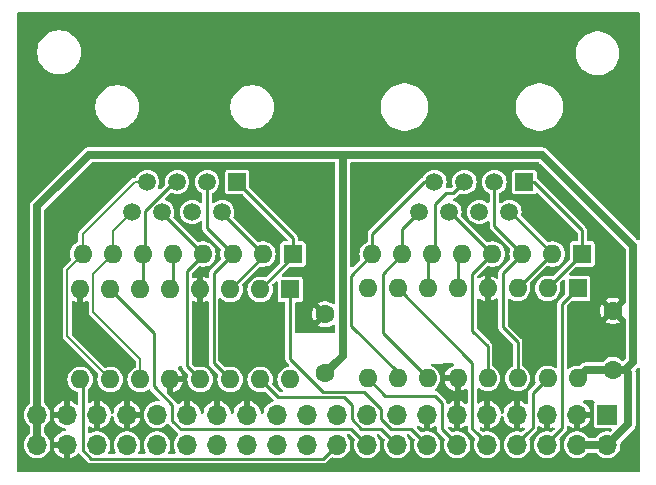
<source format=gbr>
G04 #@! TF.GenerationSoftware,KiCad,Pcbnew,8.0.4*
G04 #@! TF.CreationDate,2024-12-02T02:55:26-05:00*
G04 #@! TF.ProjectId,Quad_Diff_Out,51756164-5f44-4696-9666-5f4f75742e6b,v1*
G04 #@! TF.SameCoordinates,Original*
G04 #@! TF.FileFunction,Copper,L1,Top*
G04 #@! TF.FilePolarity,Positive*
%FSLAX46Y46*%
G04 Gerber Fmt 4.6, Leading zero omitted, Abs format (unit mm)*
G04 Created by KiCad (PCBNEW 8.0.4) date 2024-12-02 02:55:26*
%MOMM*%
%LPD*%
G01*
G04 APERTURE LIST*
G04 #@! TA.AperFunction,ComponentPad*
%ADD10C,1.600000*%
G04 #@! TD*
G04 #@! TA.AperFunction,ComponentPad*
%ADD11R,1.500000X1.500000*%
G04 #@! TD*
G04 #@! TA.AperFunction,ComponentPad*
%ADD12C,1.500000*%
G04 #@! TD*
G04 #@! TA.AperFunction,ComponentPad*
%ADD13R,1.600000X1.600000*%
G04 #@! TD*
G04 #@! TA.AperFunction,ComponentPad*
%ADD14O,1.600000X1.600000*%
G04 #@! TD*
G04 #@! TA.AperFunction,ComponentPad*
%ADD15R,1.700000X1.700000*%
G04 #@! TD*
G04 #@! TA.AperFunction,ComponentPad*
%ADD16O,1.700000X1.700000*%
G04 #@! TD*
G04 #@! TA.AperFunction,ViaPad*
%ADD17C,0.800000*%
G04 #@! TD*
G04 #@! TA.AperFunction,Conductor*
%ADD18C,0.700000*%
G04 #@! TD*
G04 #@! TA.AperFunction,Conductor*
%ADD19C,0.500000*%
G04 #@! TD*
G04 #@! TA.AperFunction,Conductor*
%ADD20C,0.250000*%
G04 #@! TD*
G04 #@! TA.AperFunction,Conductor*
%ADD21C,0.200000*%
G04 #@! TD*
G04 APERTURE END LIST*
D10*
X161500000Y-99300000D03*
X161500000Y-94300000D03*
D11*
X154000000Y-83400000D03*
D12*
X152730000Y-85940000D03*
X151460000Y-83400000D03*
X150190000Y-85940000D03*
X148920000Y-83400000D03*
X147650000Y-85940000D03*
X146380000Y-83400000D03*
X145110000Y-85940000D03*
D13*
X158900000Y-89500000D03*
D14*
X156360000Y-89500000D03*
X153820000Y-89500000D03*
X151280000Y-89500000D03*
X148740000Y-89500000D03*
X146200000Y-89500000D03*
X143660000Y-89500000D03*
X141120000Y-89500000D03*
D13*
X158500000Y-92400000D03*
D14*
X155960000Y-92400000D03*
X153420000Y-92400000D03*
X150880000Y-92400000D03*
X148340000Y-92400000D03*
X145800000Y-92400000D03*
X143260000Y-92400000D03*
X140720000Y-92400000D03*
X140720000Y-100020000D03*
X143260000Y-100020000D03*
X145800000Y-100020000D03*
X148340000Y-100020000D03*
X150880000Y-100020000D03*
X153420000Y-100020000D03*
X155960000Y-100020000D03*
X158500000Y-100020000D03*
D13*
X134400000Y-89500000D03*
D14*
X131860000Y-89500000D03*
X129320000Y-89500000D03*
X126780000Y-89500000D03*
X124240000Y-89500000D03*
X121700000Y-89500000D03*
X119160000Y-89500000D03*
X116620000Y-89500000D03*
D11*
X129682500Y-83400000D03*
D12*
X128412500Y-85940000D03*
X127142500Y-83400000D03*
X125872500Y-85940000D03*
X124602500Y-83400000D03*
X123332500Y-85940000D03*
X122062500Y-83400000D03*
X120792500Y-85940000D03*
D13*
X134175000Y-92500000D03*
D14*
X131635000Y-92500000D03*
X129095000Y-92500000D03*
X126555000Y-92500000D03*
X124015000Y-92500000D03*
X121475000Y-92500000D03*
X118935000Y-92500000D03*
X116395000Y-92500000D03*
X116395000Y-100120000D03*
X118935000Y-100120000D03*
X121475000Y-100120000D03*
X124015000Y-100120000D03*
X126555000Y-100120000D03*
X129095000Y-100120000D03*
X131635000Y-100120000D03*
X134175000Y-100120000D03*
D10*
X137100000Y-99600000D03*
X137100000Y-94600000D03*
D15*
X161000000Y-103100000D03*
D16*
X161000000Y-105640000D03*
X158460000Y-103100000D03*
X158460000Y-105640000D03*
X155920000Y-103100000D03*
X155920000Y-105640000D03*
X153380000Y-103100000D03*
X153380000Y-105640000D03*
X150840000Y-103100000D03*
X150840000Y-105640000D03*
X148300000Y-103100000D03*
X148300000Y-105640000D03*
X145760000Y-103100000D03*
X145760000Y-105640000D03*
X143220000Y-103100000D03*
X143220000Y-105640000D03*
X140680000Y-103100000D03*
X140680000Y-105640000D03*
X138140000Y-103100000D03*
X138140000Y-105640000D03*
X135600000Y-103100000D03*
X135600000Y-105640000D03*
X133060000Y-103100000D03*
X133060000Y-105640000D03*
X130520000Y-103100000D03*
X130520000Y-105640000D03*
X127980000Y-103100000D03*
X127980000Y-105640000D03*
X125440000Y-103100000D03*
X125440000Y-105640000D03*
X122900000Y-103100000D03*
X122900000Y-105640000D03*
X120360000Y-103100000D03*
X120360000Y-105640000D03*
X117820000Y-103100000D03*
X117820000Y-105640000D03*
X115280000Y-103100000D03*
X115280000Y-105640000D03*
X112740000Y-103100000D03*
X112740000Y-105640000D03*
D17*
X117800000Y-96800000D03*
X154900000Y-85400000D03*
X152100000Y-97900000D03*
X150800000Y-94600000D03*
X155300000Y-96100000D03*
X161400000Y-89400000D03*
X147400000Y-79800000D03*
X156600000Y-80000000D03*
X162900000Y-85800000D03*
X137000000Y-90100000D03*
X137000000Y-88200000D03*
X132700000Y-94600000D03*
X129000000Y-94500000D03*
X113900000Y-99100000D03*
X118900000Y-82500000D03*
X114300000Y-86100000D03*
X139500000Y-79600000D03*
X126000000Y-79600000D03*
X119600000Y-79600000D03*
X115100000Y-80400000D03*
X135400000Y-82300000D03*
X137200000Y-85200000D03*
X140700000Y-82300000D03*
X140200000Y-85200000D03*
X162700000Y-107100000D03*
D18*
X163200000Y-98624990D02*
X162524990Y-99300000D01*
X163200000Y-88800000D02*
X163200000Y-98624990D01*
X155500000Y-81100000D02*
X163200000Y-88800000D01*
X138100000Y-81100000D02*
X155500000Y-81100000D01*
X162800000Y-103915100D02*
X161015100Y-105700000D01*
X162800000Y-99575010D02*
X162800000Y-103915100D01*
X161015100Y-105700000D02*
X158620000Y-105700000D01*
X162524990Y-99300000D02*
X162800000Y-99575010D01*
X138625000Y-98075000D02*
X138625000Y-81125000D01*
X138600000Y-98100000D02*
X138625000Y-98075000D01*
X138625000Y-81125000D02*
X138600000Y-81100000D01*
D19*
X138600000Y-81100000D02*
X138100000Y-81100000D01*
D18*
X137100000Y-99600000D02*
X138600000Y-98100000D01*
X161500000Y-99300000D02*
X159220000Y-99300000D01*
X161500000Y-99300000D02*
X162524990Y-99300000D01*
X112740000Y-85460000D02*
X117100000Y-81100000D01*
X159220000Y-99300000D02*
X158500000Y-100020000D01*
X112740000Y-105640000D02*
X112740000Y-103100000D01*
X117100000Y-81100000D02*
X138100000Y-81100000D01*
X112740000Y-103100000D02*
X112740000Y-85460000D01*
D20*
X143660000Y-87390000D02*
X145110000Y-85940000D01*
X142000000Y-91160000D02*
X143660000Y-89500000D01*
X142000000Y-96200000D02*
X142000000Y-91160000D01*
X145800000Y-100020000D02*
X145800000Y-100000000D01*
X145800000Y-100000000D02*
X142000000Y-96200000D01*
X143660000Y-89500000D02*
X143660000Y-87390000D01*
X124900000Y-104300000D02*
X124200000Y-103600000D01*
X122600000Y-96165000D02*
X118935000Y-92500000D01*
X124200000Y-102300000D02*
X122600000Y-100700000D01*
X140680000Y-105640000D02*
X139340000Y-104300000D01*
X124200000Y-103600000D02*
X124200000Y-102300000D01*
X122600000Y-100700000D02*
X122600000Y-96165000D01*
X139340000Y-104300000D02*
X124900000Y-104300000D01*
X124240000Y-89500000D02*
X124240000Y-92275000D01*
X124240000Y-92275000D02*
X124015000Y-92500000D01*
D21*
X117495000Y-94395000D02*
X117495000Y-91165000D01*
X119160000Y-89500000D02*
X119160000Y-87572500D01*
X121475000Y-100120000D02*
X121475000Y-98375000D01*
X121475000Y-98375000D02*
X117495000Y-94395000D01*
X117495000Y-91165000D02*
X119160000Y-89500000D01*
X119160000Y-87572500D02*
X120792500Y-85940000D01*
D20*
X141900000Y-102658299D02*
X141900000Y-103441701D01*
X136945000Y-101145000D02*
X140386701Y-101145000D01*
X141900000Y-103441701D02*
X142733299Y-104275000D01*
X134175000Y-98375000D02*
X136945000Y-101145000D01*
X134175000Y-92500000D02*
X134175000Y-98375000D01*
X140386701Y-101145000D02*
X141900000Y-102658299D01*
X142733299Y-104275000D02*
X144395000Y-104275000D01*
X144395000Y-104275000D02*
X145760000Y-105640000D01*
X117333299Y-106815000D02*
X136965000Y-106815000D01*
X116645000Y-100370000D02*
X116645000Y-106126701D01*
X136965000Y-106815000D02*
X138140000Y-105640000D01*
X116395000Y-100120000D02*
X116645000Y-100370000D01*
X116645000Y-106126701D02*
X117333299Y-106815000D01*
X152840000Y-85940000D02*
X156360000Y-89460000D01*
X156360000Y-89500000D02*
X156320000Y-89500000D01*
X156320000Y-89500000D02*
X153420000Y-92400000D01*
X156360000Y-89460000D02*
X156360000Y-89500000D01*
X152730000Y-85940000D02*
X152840000Y-85940000D01*
X139400000Y-103481701D02*
X139400000Y-102300000D01*
X140193299Y-104275000D02*
X139400000Y-103481701D01*
X138700000Y-101600000D02*
X133115000Y-101600000D01*
X143220000Y-105640000D02*
X141855000Y-104275000D01*
X133115000Y-101600000D02*
X131635000Y-100120000D01*
X141855000Y-104275000D02*
X140193299Y-104275000D01*
X139400000Y-102300000D02*
X138700000Y-101600000D01*
X146400000Y-101500000D02*
X147000000Y-102100000D01*
X140720000Y-100020000D02*
X142200000Y-101500000D01*
X147000000Y-102100000D02*
X147000000Y-104300000D01*
X142200000Y-101500000D02*
X146400000Y-101500000D01*
X147000000Y-104300000D02*
X148300000Y-105600000D01*
X149990001Y-104690001D02*
X150840000Y-105540000D01*
X149600000Y-98700000D02*
X149600000Y-104300000D01*
X143300000Y-92400000D02*
X149600000Y-98700000D01*
X143260000Y-92400000D02*
X143300000Y-92400000D01*
X149600000Y-104300000D02*
X149990001Y-104690001D01*
X155960000Y-100020000D02*
X154700000Y-101280000D01*
X154229999Y-104690001D02*
X153380000Y-105540000D01*
X154700000Y-104220000D02*
X154229999Y-104690001D01*
X154700000Y-101280000D02*
X154700000Y-104220000D01*
X157200000Y-93700000D02*
X158600000Y-92300000D01*
X155920000Y-105540000D02*
X157200000Y-104260000D01*
X157200000Y-104260000D02*
X157200000Y-93700000D01*
X146400000Y-89300000D02*
X146400000Y-85300000D01*
X147970000Y-84350000D02*
X148920000Y-83400000D01*
X146200000Y-89500000D02*
X146400000Y-89300000D01*
X145800000Y-92300000D02*
X145900000Y-92400000D01*
X148920000Y-83400000D02*
X148400000Y-83400000D01*
X145800000Y-89900000D02*
X146200000Y-89500000D01*
X147350000Y-84350000D02*
X147970000Y-84350000D01*
X145800000Y-92400000D02*
X145800000Y-89900000D01*
X146400000Y-85300000D02*
X147350000Y-84350000D01*
X145800000Y-91900000D02*
X145900000Y-92000000D01*
X141120000Y-87780000D02*
X141120000Y-89500000D01*
X145500000Y-83400000D02*
X141120000Y-87780000D01*
X146380000Y-83400000D02*
X145500000Y-83400000D01*
X141120000Y-89500000D02*
X139300000Y-91320000D01*
X143260000Y-99520000D02*
X143260000Y-100020000D01*
X139300000Y-95560000D02*
X143260000Y-99520000D01*
X139300000Y-91320000D02*
X139300000Y-95560000D01*
X158860000Y-89500000D02*
X155960000Y-92400000D01*
X158900000Y-89500000D02*
X158860000Y-89500000D01*
X154800000Y-83400000D02*
X158900000Y-87500000D01*
X154000000Y-83400000D02*
X154800000Y-83400000D01*
X158900000Y-87500000D02*
X158900000Y-89500000D01*
X153020001Y-88700001D02*
X153820000Y-89500000D01*
X152200000Y-91120000D02*
X152200000Y-95700000D01*
X151460000Y-83400000D02*
X151460000Y-87140000D01*
X151460000Y-87140000D02*
X153020001Y-88700001D01*
X153820000Y-89500000D02*
X152200000Y-91120000D01*
X152200000Y-95700000D02*
X153420000Y-96920000D01*
X153420000Y-96920000D02*
X153420000Y-100020000D01*
X148340000Y-89900000D02*
X148740000Y-89500000D01*
X150190000Y-85940000D02*
X150400000Y-86150000D01*
X148340000Y-92400000D02*
X148340000Y-89900000D01*
X149600000Y-96000000D02*
X150880000Y-97280000D01*
X149600000Y-91180000D02*
X149600000Y-96000000D01*
X149600000Y-91180000D02*
X151280000Y-89500000D01*
X147720000Y-85940000D02*
X147650000Y-85940000D01*
X150880000Y-97280000D02*
X150880000Y-100020000D01*
X151280000Y-89500000D02*
X147720000Y-85940000D01*
X126780000Y-89500000D02*
X123332500Y-86052500D01*
X125430000Y-98995000D02*
X126555000Y-100120000D01*
X125430000Y-90970000D02*
X125430000Y-98995000D01*
X126780000Y-89500000D02*
X126780000Y-89620000D01*
X126780000Y-89620000D02*
X125430000Y-90970000D01*
X123332500Y-86052500D02*
X123332500Y-85940000D01*
X129320000Y-89500000D02*
X127142500Y-87322500D01*
X127142500Y-87322500D02*
X127142500Y-83400000D01*
X127680000Y-98705000D02*
X129095000Y-100120000D01*
X127680000Y-91140000D02*
X127680000Y-98705000D01*
X129320000Y-89500000D02*
X127680000Y-91140000D01*
X131635000Y-92500000D02*
X134400000Y-89735000D01*
X129682500Y-83400000D02*
X134400000Y-88117500D01*
X134400000Y-88117500D02*
X134400000Y-89500000D01*
X134400000Y-89735000D02*
X134400000Y-89500000D01*
D21*
X116620000Y-89500000D02*
X115295000Y-90825000D01*
X115295000Y-96480000D02*
X118935000Y-100120000D01*
X115295000Y-90825000D02*
X115295000Y-96480000D01*
D20*
X131860000Y-89500000D02*
X128412500Y-86052500D01*
X131860000Y-89735000D02*
X131860000Y-89500000D01*
X129095000Y-92500000D02*
X131860000Y-89735000D01*
X128412500Y-86052500D02*
X128412500Y-85940000D01*
X124352220Y-83400000D02*
X121900000Y-85852220D01*
X121700000Y-89500000D02*
X121700000Y-92275000D01*
X121900000Y-85852220D02*
X121900000Y-89300000D01*
X121700000Y-92275000D02*
X121475000Y-92500000D01*
X121900000Y-89300000D02*
X121700000Y-89500000D01*
X124602500Y-83400000D02*
X124352220Y-83400000D01*
D21*
X116620000Y-87781840D02*
X116620000Y-89500000D01*
X121001840Y-83400000D02*
X116620000Y-87781840D01*
X122062500Y-83400000D02*
X121001840Y-83400000D01*
G04 #@! TA.AperFunction,Conductor*
G36*
X163716621Y-69045502D02*
G01*
X163763114Y-69099158D01*
X163774500Y-69151500D01*
X163774500Y-88181475D01*
X163754498Y-88249596D01*
X163700842Y-88296089D01*
X163630568Y-88306193D01*
X163565988Y-88276699D01*
X163559405Y-88270570D01*
X155900650Y-80611816D01*
X155900644Y-80611811D01*
X155797703Y-80543028D01*
X155740518Y-80519343D01*
X155740519Y-80519343D01*
X155740516Y-80519342D01*
X155683327Y-80495653D01*
X155683325Y-80495652D01*
X155683324Y-80495652D01*
X155561904Y-80471500D01*
X155561902Y-80471500D01*
X138161902Y-80471500D01*
X117038098Y-80471500D01*
X117038095Y-80471500D01*
X116916672Y-80495653D01*
X116916669Y-80495654D01*
X116859483Y-80519342D01*
X116802292Y-80543031D01*
X116699355Y-80611811D01*
X116699349Y-80611816D01*
X112251816Y-85059349D01*
X112251811Y-85059355D01*
X112183767Y-85161191D01*
X112183030Y-85162294D01*
X112166053Y-85203280D01*
X112159342Y-85219483D01*
X112135654Y-85276669D01*
X112135653Y-85276672D01*
X112111500Y-85398095D01*
X112111500Y-102091691D01*
X112091498Y-102159812D01*
X112061433Y-102192240D01*
X112057016Y-102195574D01*
X111902453Y-102336477D01*
X111776421Y-102503372D01*
X111683195Y-102690596D01*
X111625962Y-102891748D01*
X111606665Y-103100000D01*
X111625962Y-103308251D01*
X111683195Y-103509403D01*
X111683196Y-103509405D01*
X111683197Y-103509408D01*
X111776419Y-103696624D01*
X111776420Y-103696625D01*
X111776421Y-103696627D01*
X111902456Y-103863525D01*
X112042929Y-103991582D01*
X112057013Y-104004421D01*
X112057015Y-104004422D01*
X112061424Y-104007751D01*
X112103736Y-104064762D01*
X112111500Y-104108307D01*
X112111500Y-104631691D01*
X112091498Y-104699812D01*
X112061433Y-104732240D01*
X112057016Y-104735574D01*
X111902453Y-104876477D01*
X111776421Y-105043372D01*
X111683195Y-105230596D01*
X111625962Y-105431748D01*
X111606665Y-105640000D01*
X111625962Y-105848251D01*
X111683195Y-106049403D01*
X111683196Y-106049405D01*
X111683197Y-106049408D01*
X111776419Y-106236624D01*
X111776420Y-106236625D01*
X111776421Y-106236627D01*
X111902453Y-106403522D01*
X112057013Y-106544421D01*
X112057014Y-106544422D01*
X112234817Y-106654513D01*
X112234820Y-106654514D01*
X112234829Y-106654520D01*
X112429843Y-106730069D01*
X112429848Y-106730071D01*
X112635429Y-106768500D01*
X112635431Y-106768500D01*
X112844569Y-106768500D01*
X112844571Y-106768500D01*
X113050152Y-106730071D01*
X113245171Y-106654520D01*
X113422987Y-106544421D01*
X113577545Y-106403523D01*
X113703581Y-106236624D01*
X113796803Y-106049408D01*
X113854038Y-105848250D01*
X113873335Y-105640000D01*
X113854038Y-105431750D01*
X113796803Y-105230592D01*
X113703581Y-105043376D01*
X113703578Y-105043372D01*
X113577546Y-104876477D01*
X113422983Y-104735574D01*
X113418567Y-104732240D01*
X113376260Y-104675226D01*
X113368500Y-104631691D01*
X113368500Y-104108307D01*
X113388502Y-104040186D01*
X113418576Y-104007751D01*
X113422976Y-104004427D01*
X113422987Y-104004421D01*
X113563312Y-103876498D01*
X113577543Y-103863525D01*
X113577545Y-103863523D01*
X113703581Y-103696624D01*
X113796803Y-103509408D01*
X113854038Y-103308250D01*
X113873335Y-103100000D01*
X113854038Y-102891750D01*
X113796803Y-102690592D01*
X113703581Y-102503376D01*
X113702960Y-102502554D01*
X113577546Y-102336477D01*
X113422983Y-102195574D01*
X113418567Y-102192240D01*
X113376260Y-102135226D01*
X113368500Y-102091691D01*
X113368500Y-85772523D01*
X113388502Y-85704402D01*
X113405405Y-85683428D01*
X117323428Y-81765405D01*
X117385740Y-81731379D01*
X117412523Y-81728500D01*
X137870500Y-81728500D01*
X137938621Y-81748502D01*
X137985114Y-81802158D01*
X137996500Y-81854500D01*
X137996500Y-93632598D01*
X137976498Y-93700719D01*
X137922842Y-93747212D01*
X137852568Y-93757316D01*
X137787988Y-93727822D01*
X137785617Y-93725715D01*
X137770585Y-93712012D01*
X137770578Y-93712007D01*
X137596003Y-93603914D01*
X137595988Y-93603907D01*
X137404525Y-93529733D01*
X137404522Y-93529732D01*
X137202669Y-93492000D01*
X136997331Y-93492000D01*
X136795477Y-93529732D01*
X136795474Y-93529733D01*
X136604004Y-93603910D01*
X136604000Y-93603912D01*
X136516993Y-93657783D01*
X137059211Y-94200000D01*
X137047339Y-94200000D01*
X136945606Y-94227259D01*
X136854394Y-94279920D01*
X136779920Y-94354394D01*
X136727259Y-94445606D01*
X136700000Y-94547339D01*
X136700000Y-94559209D01*
X136154389Y-94013598D01*
X136154387Y-94013598D01*
X136153923Y-94014213D01*
X136062394Y-94198029D01*
X136062391Y-94198037D01*
X136006199Y-94395534D01*
X136006199Y-94395538D01*
X135987253Y-94599995D01*
X135987253Y-94600004D01*
X136006199Y-94804461D01*
X136006199Y-94804465D01*
X136062391Y-95001962D01*
X136062394Y-95001970D01*
X136153922Y-95185785D01*
X136153925Y-95185789D01*
X136154387Y-95186400D01*
X136154388Y-95186400D01*
X136700000Y-94640788D01*
X136700000Y-94652661D01*
X136727259Y-94754394D01*
X136779920Y-94845606D01*
X136854394Y-94920080D01*
X136945606Y-94972741D01*
X137047339Y-95000000D01*
X137059208Y-95000000D01*
X136516993Y-95542214D01*
X136604007Y-95596090D01*
X136604014Y-95596093D01*
X136795474Y-95670266D01*
X136795477Y-95670267D01*
X136997331Y-95708000D01*
X137202669Y-95708000D01*
X137404522Y-95670267D01*
X137404525Y-95670266D01*
X137595988Y-95596092D01*
X137596003Y-95596085D01*
X137770578Y-95487992D01*
X137770579Y-95487991D01*
X137785614Y-95474286D01*
X137849431Y-95443175D01*
X137919937Y-95451505D01*
X137974747Y-95496631D01*
X137996460Y-95564226D01*
X137996500Y-95567401D01*
X137996500Y-96074000D01*
X137976498Y-96142121D01*
X137922842Y-96188614D01*
X137870500Y-96200000D01*
X134704500Y-96200000D01*
X134636379Y-96179998D01*
X134589886Y-96126342D01*
X134578500Y-96074000D01*
X134578500Y-93704500D01*
X134598502Y-93636379D01*
X134652158Y-93589886D01*
X134704500Y-93578500D01*
X135016581Y-93578500D01*
X135016581Y-93578499D01*
X135039867Y-93575798D01*
X135135117Y-93533742D01*
X135208742Y-93460117D01*
X135250798Y-93364867D01*
X135253500Y-93341578D01*
X135253500Y-91658422D01*
X135250798Y-91635133D01*
X135208742Y-91539883D01*
X135208740Y-91539881D01*
X135208738Y-91539878D01*
X135135121Y-91466261D01*
X135135115Y-91466257D01*
X135039868Y-91424202D01*
X135039866Y-91424201D01*
X135016582Y-91421500D01*
X135016578Y-91421500D01*
X133588325Y-91421500D01*
X133520204Y-91401498D01*
X133473711Y-91347842D01*
X133463607Y-91277568D01*
X133493101Y-91212988D01*
X133499230Y-91206405D01*
X134090230Y-90615405D01*
X134152542Y-90581379D01*
X134179325Y-90578500D01*
X135241581Y-90578500D01*
X135241581Y-90578499D01*
X135264867Y-90575798D01*
X135360117Y-90533742D01*
X135433742Y-90460117D01*
X135475798Y-90364867D01*
X135478500Y-90341578D01*
X135478500Y-88658422D01*
X135475798Y-88635133D01*
X135433742Y-88539883D01*
X135433740Y-88539881D01*
X135433738Y-88539878D01*
X135360121Y-88466261D01*
X135360115Y-88466257D01*
X135264868Y-88424202D01*
X135264866Y-88424201D01*
X135241582Y-88421500D01*
X135241578Y-88421500D01*
X134929500Y-88421500D01*
X134861379Y-88401498D01*
X134814886Y-88347842D01*
X134803500Y-88295500D01*
X134803500Y-88064379D01*
X134776002Y-87961755D01*
X134776002Y-87961754D01*
X134754901Y-87925206D01*
X134754900Y-87925205D01*
X134722881Y-87869745D01*
X134722878Y-87869742D01*
X134722875Y-87869738D01*
X134643366Y-87790229D01*
X134643343Y-87790208D01*
X130747905Y-83894769D01*
X130713879Y-83832457D01*
X130711000Y-83805674D01*
X130711000Y-82608419D01*
X130710999Y-82608417D01*
X130708298Y-82585133D01*
X130708297Y-82585131D01*
X130666242Y-82489883D01*
X130666240Y-82489881D01*
X130666238Y-82489878D01*
X130592621Y-82416261D01*
X130592615Y-82416257D01*
X130497368Y-82374202D01*
X130497366Y-82374201D01*
X130474082Y-82371500D01*
X130474078Y-82371500D01*
X128890922Y-82371500D01*
X128890917Y-82371500D01*
X128867633Y-82374201D01*
X128867631Y-82374202D01*
X128772384Y-82416257D01*
X128772378Y-82416261D01*
X128698761Y-82489878D01*
X128698757Y-82489884D01*
X128656702Y-82585131D01*
X128656701Y-82585133D01*
X128654000Y-82608417D01*
X128654000Y-84191582D01*
X128656701Y-84214866D01*
X128656702Y-84214868D01*
X128698757Y-84310115D01*
X128698761Y-84310121D01*
X128772378Y-84383738D01*
X128772381Y-84383740D01*
X128772383Y-84383742D01*
X128867633Y-84425798D01*
X128890918Y-84428499D01*
X128890919Y-84428500D01*
X128890922Y-84428500D01*
X130088174Y-84428500D01*
X130156295Y-84448502D01*
X130177269Y-84465405D01*
X132064521Y-86352657D01*
X133918270Y-88206405D01*
X133952296Y-88268717D01*
X133947231Y-88339532D01*
X133904684Y-88396368D01*
X133838164Y-88421179D01*
X133829175Y-88421500D01*
X133558417Y-88421500D01*
X133535133Y-88424201D01*
X133535131Y-88424202D01*
X133439884Y-88466257D01*
X133439878Y-88466261D01*
X133366261Y-88539878D01*
X133366257Y-88539884D01*
X133324202Y-88635131D01*
X133324201Y-88635133D01*
X133321500Y-88658417D01*
X133321500Y-90190674D01*
X133301498Y-90258795D01*
X133284595Y-90279769D01*
X132115402Y-91448961D01*
X132053090Y-91482987D01*
X131982274Y-91477922D01*
X131980836Y-91477375D01*
X131947594Y-91464496D01*
X131931413Y-91458228D01*
X131931412Y-91458227D01*
X131931410Y-91458227D01*
X131734938Y-91421500D01*
X131535062Y-91421500D01*
X131403089Y-91446170D01*
X131338584Y-91458228D01*
X131152217Y-91530428D01*
X131152202Y-91530435D01*
X130982275Y-91635650D01*
X130982274Y-91635651D01*
X130834563Y-91770307D01*
X130714114Y-91929809D01*
X130625019Y-92108736D01*
X130570322Y-92300975D01*
X130551880Y-92500000D01*
X130570322Y-92699024D01*
X130625019Y-92891263D01*
X130625020Y-92891265D01*
X130625021Y-92891268D01*
X130714113Y-93070189D01*
X130714114Y-93070190D01*
X130834563Y-93229692D01*
X130982274Y-93364348D01*
X130982275Y-93364349D01*
X131152202Y-93469564D01*
X131152209Y-93469567D01*
X131152212Y-93469569D01*
X131317849Y-93533738D01*
X131338585Y-93541771D01*
X131338590Y-93541773D01*
X131535062Y-93578500D01*
X131535064Y-93578500D01*
X131734936Y-93578500D01*
X131734938Y-93578500D01*
X131931410Y-93541773D01*
X132117788Y-93469569D01*
X132117793Y-93469565D01*
X132117797Y-93469564D01*
X132259517Y-93381814D01*
X132287726Y-93364348D01*
X132435435Y-93229693D01*
X132555887Y-93070189D01*
X132644979Y-92891268D01*
X132699678Y-92699023D01*
X132718120Y-92500000D01*
X132699678Y-92300977D01*
X132654593Y-92142521D01*
X132655189Y-92071529D01*
X132686686Y-92018947D01*
X132881406Y-91824228D01*
X132943717Y-91790204D01*
X133014533Y-91795269D01*
X133071368Y-91837816D01*
X133096179Y-91904337D01*
X133096500Y-91913325D01*
X133096500Y-93341582D01*
X133099201Y-93364866D01*
X133099202Y-93364868D01*
X133141257Y-93460115D01*
X133141261Y-93460121D01*
X133214878Y-93533738D01*
X133214881Y-93533740D01*
X133214883Y-93533742D01*
X133310133Y-93575798D01*
X133333418Y-93578499D01*
X133333419Y-93578500D01*
X133333422Y-93578500D01*
X133645500Y-93578500D01*
X133713621Y-93598502D01*
X133760114Y-93652158D01*
X133771500Y-93704500D01*
X133771500Y-98314143D01*
X133771499Y-98314161D01*
X133771499Y-98428123D01*
X133798998Y-98530746D01*
X133798998Y-98530747D01*
X133851355Y-98621432D01*
X133852119Y-98622755D01*
X134071001Y-98841637D01*
X134105025Y-98903947D01*
X134099961Y-98974763D01*
X134057414Y-99031599D01*
X134005058Y-99054585D01*
X133878592Y-99078226D01*
X133878585Y-99078228D01*
X133692217Y-99150428D01*
X133692202Y-99150435D01*
X133522275Y-99255650D01*
X133522274Y-99255651D01*
X133374563Y-99390307D01*
X133254114Y-99549809D01*
X133165019Y-99728736D01*
X133110322Y-99920975D01*
X133091880Y-100120000D01*
X133110322Y-100319024D01*
X133165019Y-100511263D01*
X133165020Y-100511265D01*
X133165021Y-100511268D01*
X133254113Y-100690189D01*
X133254114Y-100690190D01*
X133374563Y-100849692D01*
X133514635Y-100977385D01*
X133551501Y-101038060D01*
X133549712Y-101109034D01*
X133509836Y-101167774D01*
X133444532Y-101195630D01*
X133429749Y-101196500D01*
X133334325Y-101196500D01*
X133266204Y-101176498D01*
X133245230Y-101159595D01*
X132686688Y-100601053D01*
X132652662Y-100538741D01*
X132654592Y-100477478D01*
X132699678Y-100319023D01*
X132718120Y-100120000D01*
X132699678Y-99920977D01*
X132644979Y-99728732D01*
X132555887Y-99549811D01*
X132484036Y-99454665D01*
X132435436Y-99390307D01*
X132287725Y-99255651D01*
X132287724Y-99255650D01*
X132117797Y-99150435D01*
X132117782Y-99150428D01*
X131931414Y-99078228D01*
X131931415Y-99078228D01*
X131931410Y-99078227D01*
X131734938Y-99041500D01*
X131535062Y-99041500D01*
X131388164Y-99068960D01*
X131338584Y-99078228D01*
X131152217Y-99150428D01*
X131152202Y-99150435D01*
X130982275Y-99255650D01*
X130982274Y-99255651D01*
X130834563Y-99390307D01*
X130714114Y-99549809D01*
X130625019Y-99728736D01*
X130570322Y-99920975D01*
X130551880Y-100120000D01*
X130570322Y-100319024D01*
X130625019Y-100511263D01*
X130625020Y-100511265D01*
X130625021Y-100511268D01*
X130714113Y-100690189D01*
X130714114Y-100690190D01*
X130834563Y-100849692D01*
X130982274Y-100984348D01*
X130982275Y-100984349D01*
X131152202Y-101089564D01*
X131152209Y-101089567D01*
X131152212Y-101089569D01*
X131152216Y-101089570D01*
X131152217Y-101089571D01*
X131338585Y-101161771D01*
X131338590Y-101161773D01*
X131535062Y-101198500D01*
X131535064Y-101198500D01*
X131734936Y-101198500D01*
X131734938Y-101198500D01*
X131931410Y-101161773D01*
X131980792Y-101142641D01*
X132051535Y-101136684D01*
X132114272Y-101169920D01*
X132115403Y-101171038D01*
X132737671Y-101793306D01*
X132771697Y-101855618D01*
X132766632Y-101926433D01*
X132724085Y-101983269D01*
X132694093Y-101999892D01*
X132541628Y-102058958D01*
X132541612Y-102058966D01*
X132359160Y-102171935D01*
X132359159Y-102171936D01*
X132200562Y-102316516D01*
X132071231Y-102487779D01*
X132071227Y-102487784D01*
X131975573Y-102679884D01*
X131975570Y-102679890D01*
X131916840Y-102886307D01*
X131916840Y-102886311D01*
X131915462Y-102901182D01*
X131889260Y-102967167D01*
X131831543Y-103008510D01*
X131760637Y-103012087D01*
X131699053Y-102976761D01*
X131666344Y-102913747D01*
X131664538Y-102901182D01*
X131663159Y-102886311D01*
X131663159Y-102886307D01*
X131604429Y-102679890D01*
X131604426Y-102679884D01*
X131508772Y-102487784D01*
X131508768Y-102487779D01*
X131379437Y-102316516D01*
X131220840Y-102171936D01*
X131220839Y-102171935D01*
X131038387Y-102058966D01*
X131038371Y-102058958D01*
X130838260Y-101981434D01*
X130838258Y-101981433D01*
X130774000Y-101969420D01*
X130774000Y-102669297D01*
X130712993Y-102634075D01*
X130585826Y-102600000D01*
X130454174Y-102600000D01*
X130327007Y-102634075D01*
X130266000Y-102669297D01*
X130266000Y-101969420D01*
X130265999Y-101969420D01*
X130201741Y-101981433D01*
X130201739Y-101981434D01*
X130001628Y-102058958D01*
X130001612Y-102058966D01*
X129819160Y-102171935D01*
X129819159Y-102171936D01*
X129660562Y-102316516D01*
X129531231Y-102487779D01*
X129531227Y-102487784D01*
X129435573Y-102679884D01*
X129435570Y-102679890D01*
X129376840Y-102886307D01*
X129376840Y-102886311D01*
X129375462Y-102901182D01*
X129349260Y-102967167D01*
X129291543Y-103008510D01*
X129220637Y-103012087D01*
X129159053Y-102976761D01*
X129126344Y-102913747D01*
X129124538Y-102901182D01*
X129123159Y-102886311D01*
X129123159Y-102886307D01*
X129064429Y-102679890D01*
X129064426Y-102679884D01*
X128968772Y-102487784D01*
X128968768Y-102487779D01*
X128839437Y-102316516D01*
X128680840Y-102171936D01*
X128680839Y-102171935D01*
X128498387Y-102058966D01*
X128498371Y-102058958D01*
X128298260Y-101981434D01*
X128298258Y-101981433D01*
X128234000Y-101969420D01*
X128234000Y-102669297D01*
X128172993Y-102634075D01*
X128045826Y-102600000D01*
X127914174Y-102600000D01*
X127787007Y-102634075D01*
X127726000Y-102669297D01*
X127726000Y-101969420D01*
X127725999Y-101969420D01*
X127661741Y-101981433D01*
X127661739Y-101981434D01*
X127461628Y-102058958D01*
X127461612Y-102058966D01*
X127279160Y-102171935D01*
X127279159Y-102171936D01*
X127120562Y-102316516D01*
X126991231Y-102487779D01*
X126991227Y-102487784D01*
X126895573Y-102679884D01*
X126895570Y-102679890D01*
X126836840Y-102886307D01*
X126836840Y-102886311D01*
X126835462Y-102901182D01*
X126809260Y-102967167D01*
X126751543Y-103008510D01*
X126680637Y-103012087D01*
X126619053Y-102976761D01*
X126586344Y-102913747D01*
X126584538Y-102901182D01*
X126583159Y-102886311D01*
X126583159Y-102886307D01*
X126524429Y-102679890D01*
X126524426Y-102679884D01*
X126428772Y-102487784D01*
X126428768Y-102487779D01*
X126299437Y-102316516D01*
X126140840Y-102171936D01*
X126140839Y-102171935D01*
X125958387Y-102058966D01*
X125958371Y-102058958D01*
X125758260Y-101981434D01*
X125758258Y-101981433D01*
X125694000Y-101969420D01*
X125694000Y-102669297D01*
X125632993Y-102634075D01*
X125505826Y-102600000D01*
X125374174Y-102600000D01*
X125247007Y-102634075D01*
X125186000Y-102669297D01*
X125186000Y-101969420D01*
X125185999Y-101969420D01*
X125121741Y-101981433D01*
X125121739Y-101981434D01*
X124921628Y-102058958D01*
X124921620Y-102058962D01*
X124741219Y-102170661D01*
X124672772Y-102189515D01*
X124604997Y-102168371D01*
X124565769Y-102126531D01*
X124544611Y-102089883D01*
X124542068Y-102085478D01*
X124542068Y-102085477D01*
X124522883Y-102052248D01*
X124522882Y-102052246D01*
X124522881Y-102052245D01*
X124522879Y-102052243D01*
X124522875Y-102052238D01*
X124443366Y-101972729D01*
X124443343Y-101972708D01*
X123797905Y-101327270D01*
X123763879Y-101264958D01*
X123761000Y-101238175D01*
X123761000Y-100431686D01*
X123769394Y-100440080D01*
X123860606Y-100492741D01*
X123962339Y-100520000D01*
X124067661Y-100520000D01*
X124169394Y-100492741D01*
X124260606Y-100440080D01*
X124269000Y-100431686D01*
X124269000Y-101199711D01*
X124319523Y-101190267D01*
X124319525Y-101190266D01*
X124510988Y-101116092D01*
X124511003Y-101116085D01*
X124685578Y-101007992D01*
X124685579Y-101007991D01*
X124837333Y-100869649D01*
X124961075Y-100705787D01*
X125052605Y-100521970D01*
X125052608Y-100521962D01*
X125094707Y-100374000D01*
X124326686Y-100374000D01*
X124335080Y-100365606D01*
X124387741Y-100274394D01*
X124415000Y-100172661D01*
X124415000Y-100067339D01*
X124387741Y-99965606D01*
X124335080Y-99874394D01*
X124326686Y-99866000D01*
X125094707Y-99866000D01*
X125094707Y-99865999D01*
X125052608Y-99718037D01*
X125052605Y-99718029D01*
X124961075Y-99534212D01*
X124837333Y-99370350D01*
X124685579Y-99232008D01*
X124680935Y-99228501D01*
X124681988Y-99227105D01*
X124639998Y-99180258D01*
X124628716Y-99110164D01*
X124657121Y-99045097D01*
X124716195Y-99005717D01*
X124753717Y-99000000D01*
X124916922Y-99000000D01*
X124985043Y-99020002D01*
X125031536Y-99073658D01*
X125038628Y-99093387D01*
X125053998Y-99150746D01*
X125053998Y-99150747D01*
X125100914Y-99232008D01*
X125107119Y-99242755D01*
X125324462Y-99460098D01*
X125503311Y-99638946D01*
X125537336Y-99701259D01*
X125535406Y-99762524D01*
X125490322Y-99920975D01*
X125471880Y-100120000D01*
X125490322Y-100319024D01*
X125545019Y-100511263D01*
X125545020Y-100511265D01*
X125545021Y-100511268D01*
X125634113Y-100690189D01*
X125634114Y-100690190D01*
X125754563Y-100849692D01*
X125902274Y-100984348D01*
X125902275Y-100984349D01*
X126072202Y-101089564D01*
X126072209Y-101089567D01*
X126072212Y-101089569D01*
X126072216Y-101089570D01*
X126072217Y-101089571D01*
X126258585Y-101161771D01*
X126258590Y-101161773D01*
X126455062Y-101198500D01*
X126455064Y-101198500D01*
X126654936Y-101198500D01*
X126654938Y-101198500D01*
X126851410Y-101161773D01*
X127037788Y-101089569D01*
X127037793Y-101089565D01*
X127037797Y-101089564D01*
X127167857Y-101009034D01*
X127207726Y-100984348D01*
X127355435Y-100849693D01*
X127475887Y-100690189D01*
X127564979Y-100511268D01*
X127619678Y-100319023D01*
X127638120Y-100120000D01*
X127619678Y-99920977D01*
X127564979Y-99728732D01*
X127475887Y-99549811D01*
X127404036Y-99454665D01*
X127355436Y-99390307D01*
X127207725Y-99255651D01*
X127207724Y-99255650D01*
X127037797Y-99150435D01*
X127037782Y-99150428D01*
X126851414Y-99078228D01*
X126851415Y-99078228D01*
X126851410Y-99078227D01*
X126654938Y-99041500D01*
X126455062Y-99041500D01*
X126258590Y-99078227D01*
X126258585Y-99078228D01*
X126209206Y-99097357D01*
X126138460Y-99103313D01*
X126075725Y-99070074D01*
X126074597Y-99068960D01*
X125870405Y-98864768D01*
X125836379Y-98802456D01*
X125833500Y-98775673D01*
X125833500Y-93582676D01*
X125853502Y-93514555D01*
X125907158Y-93468062D01*
X125977432Y-93457958D01*
X126025831Y-93475549D01*
X126059002Y-93496087D01*
X126059011Y-93496092D01*
X126250474Y-93570266D01*
X126250476Y-93570267D01*
X126301000Y-93579711D01*
X126301000Y-92811686D01*
X126309394Y-92820080D01*
X126400606Y-92872741D01*
X126502339Y-92900000D01*
X126607661Y-92900000D01*
X126709394Y-92872741D01*
X126800606Y-92820080D01*
X126809000Y-92811686D01*
X126809000Y-93579711D01*
X126859523Y-93570267D01*
X126859525Y-93570266D01*
X127050988Y-93496092D01*
X127050997Y-93496087D01*
X127084169Y-93475549D01*
X127152616Y-93456694D01*
X127220392Y-93477837D01*
X127265977Y-93532266D01*
X127276500Y-93582676D01*
X127276500Y-98644143D01*
X127276499Y-98644161D01*
X127276499Y-98758123D01*
X127303998Y-98860746D01*
X127303998Y-98860747D01*
X127351734Y-98943428D01*
X127357119Y-98952755D01*
X127722819Y-99318455D01*
X128043311Y-99638946D01*
X128077336Y-99701259D01*
X128075406Y-99762524D01*
X128030322Y-99920975D01*
X128011880Y-100120000D01*
X128030322Y-100319024D01*
X128085019Y-100511263D01*
X128085020Y-100511265D01*
X128085021Y-100511268D01*
X128174113Y-100690189D01*
X128174114Y-100690190D01*
X128294563Y-100849692D01*
X128442274Y-100984348D01*
X128442275Y-100984349D01*
X128612202Y-101089564D01*
X128612209Y-101089567D01*
X128612212Y-101089569D01*
X128612216Y-101089570D01*
X128612217Y-101089571D01*
X128798585Y-101161771D01*
X128798590Y-101161773D01*
X128995062Y-101198500D01*
X128995064Y-101198500D01*
X129194936Y-101198500D01*
X129194938Y-101198500D01*
X129391410Y-101161773D01*
X129577788Y-101089569D01*
X129577793Y-101089565D01*
X129577797Y-101089564D01*
X129707857Y-101009034D01*
X129747726Y-100984348D01*
X129895435Y-100849693D01*
X130015887Y-100690189D01*
X130104979Y-100511268D01*
X130159678Y-100319023D01*
X130178120Y-100120000D01*
X130159678Y-99920977D01*
X130104979Y-99728732D01*
X130015887Y-99549811D01*
X129944036Y-99454665D01*
X129895436Y-99390307D01*
X129747725Y-99255651D01*
X129747724Y-99255650D01*
X129577797Y-99150435D01*
X129577782Y-99150428D01*
X129391414Y-99078228D01*
X129391415Y-99078228D01*
X129391410Y-99078227D01*
X129194938Y-99041500D01*
X128995062Y-99041500D01*
X128842205Y-99070074D01*
X128798590Y-99078227D01*
X128749205Y-99097358D01*
X128678458Y-99103313D01*
X128615723Y-99070074D01*
X128614595Y-99068960D01*
X128375865Y-98830230D01*
X128120404Y-98574768D01*
X128086379Y-98512456D01*
X128083500Y-98485673D01*
X128083500Y-93322645D01*
X128103502Y-93254524D01*
X128157158Y-93208031D01*
X128227432Y-93197927D01*
X128292012Y-93227421D01*
X128294386Y-93229530D01*
X128442274Y-93364348D01*
X128442275Y-93364349D01*
X128612202Y-93469564D01*
X128612209Y-93469567D01*
X128612212Y-93469569D01*
X128777849Y-93533738D01*
X128798585Y-93541771D01*
X128798590Y-93541773D01*
X128995062Y-93578500D01*
X128995064Y-93578500D01*
X129194936Y-93578500D01*
X129194938Y-93578500D01*
X129391410Y-93541773D01*
X129577788Y-93469569D01*
X129577793Y-93469565D01*
X129577797Y-93469564D01*
X129719517Y-93381814D01*
X129747726Y-93364348D01*
X129895435Y-93229693D01*
X130015887Y-93070189D01*
X130104979Y-92891268D01*
X130159678Y-92699023D01*
X130178120Y-92500000D01*
X130159678Y-92300977D01*
X130114593Y-92142521D01*
X130115189Y-92071528D01*
X130146686Y-92018947D01*
X131567407Y-90598226D01*
X131629717Y-90564202D01*
X131679648Y-90563468D01*
X131760062Y-90578500D01*
X131760065Y-90578500D01*
X131959936Y-90578500D01*
X131959938Y-90578500D01*
X132156410Y-90541773D01*
X132342788Y-90469569D01*
X132342793Y-90469565D01*
X132342797Y-90469564D01*
X132511886Y-90364868D01*
X132512726Y-90364348D01*
X132660435Y-90229693D01*
X132780887Y-90070189D01*
X132869979Y-89891268D01*
X132924678Y-89699023D01*
X132943120Y-89500000D01*
X132924678Y-89300977D01*
X132869979Y-89108732D01*
X132780887Y-88929811D01*
X132741292Y-88877379D01*
X132660436Y-88770307D01*
X132512725Y-88635651D01*
X132512724Y-88635650D01*
X132342797Y-88530435D01*
X132342782Y-88530428D01*
X132156414Y-88458228D01*
X132156415Y-88458228D01*
X132154270Y-88457827D01*
X131959938Y-88421500D01*
X131760062Y-88421500D01*
X131656501Y-88440859D01*
X131563589Y-88458227D01*
X131514207Y-88477358D01*
X131443460Y-88483314D01*
X131380725Y-88450076D01*
X131379596Y-88448961D01*
X129397161Y-86466525D01*
X129363135Y-86404213D01*
X129365681Y-86340854D01*
X129379345Y-86295810D01*
X129426118Y-86141621D01*
X129426118Y-86141616D01*
X129426119Y-86141615D01*
X129426119Y-86141613D01*
X129445976Y-85940003D01*
X129445976Y-85939996D01*
X129426119Y-85738386D01*
X129426119Y-85738384D01*
X129426118Y-85738381D01*
X129426118Y-85738379D01*
X129367307Y-85544506D01*
X129271804Y-85365831D01*
X129143278Y-85209222D01*
X128986669Y-85080696D01*
X128981214Y-85077780D01*
X128807995Y-84985193D01*
X128614114Y-84926380D01*
X128412503Y-84906524D01*
X128412497Y-84906524D01*
X128210886Y-84926380D01*
X128210884Y-84926380D01*
X128017004Y-84985193D01*
X127838327Y-85080697D01*
X127838327Y-85080698D01*
X127751933Y-85151600D01*
X127686586Y-85179354D01*
X127616608Y-85167372D01*
X127564216Y-85119459D01*
X127546000Y-85054201D01*
X127546000Y-84426048D01*
X127566002Y-84357927D01*
X127612601Y-84314928D01*
X127716669Y-84259304D01*
X127873278Y-84130778D01*
X128001804Y-83974169D01*
X128097307Y-83795494D01*
X128156118Y-83601621D01*
X128175976Y-83400000D01*
X128156119Y-83198386D01*
X128156119Y-83198384D01*
X128156118Y-83198381D01*
X128156118Y-83198379D01*
X128097307Y-83004506D01*
X128097260Y-83004419D01*
X128001803Y-82825830D01*
X127873278Y-82669222D01*
X127716669Y-82540696D01*
X127621604Y-82489883D01*
X127537995Y-82445193D01*
X127344114Y-82386380D01*
X127142503Y-82366524D01*
X127142497Y-82366524D01*
X126940886Y-82386380D01*
X126940884Y-82386380D01*
X126747004Y-82445193D01*
X126568330Y-82540696D01*
X126411722Y-82669222D01*
X126283196Y-82825830D01*
X126187693Y-83004504D01*
X126128880Y-83198384D01*
X126128880Y-83198386D01*
X126109024Y-83399996D01*
X126109024Y-83400003D01*
X126128880Y-83601613D01*
X126128880Y-83601615D01*
X126187693Y-83795495D01*
X126263723Y-83937737D01*
X126283196Y-83974169D01*
X126411722Y-84130778D01*
X126514186Y-84214868D01*
X126568328Y-84259302D01*
X126568329Y-84259302D01*
X126568331Y-84259304D01*
X126672398Y-84314928D01*
X126723043Y-84364677D01*
X126739000Y-84426048D01*
X126739000Y-85054201D01*
X126718998Y-85122322D01*
X126665342Y-85168815D01*
X126595068Y-85178919D01*
X126533067Y-85151600D01*
X126446672Y-85080698D01*
X126446672Y-85080697D01*
X126267995Y-84985193D01*
X126074114Y-84926380D01*
X125872503Y-84906524D01*
X125872497Y-84906524D01*
X125670886Y-84926380D01*
X125670884Y-84926380D01*
X125477004Y-84985193D01*
X125298330Y-85080696D01*
X125141722Y-85209222D01*
X125013196Y-85365830D01*
X124917693Y-85544504D01*
X124858880Y-85738384D01*
X124858880Y-85738386D01*
X124839024Y-85939996D01*
X124839024Y-85940003D01*
X124858880Y-86141613D01*
X124858880Y-86141615D01*
X124917693Y-86335495D01*
X124956092Y-86407334D01*
X125013196Y-86514169D01*
X125141722Y-86670778D01*
X125298331Y-86799304D01*
X125477006Y-86894807D01*
X125670879Y-86953618D01*
X125670883Y-86953618D01*
X125670885Y-86953619D01*
X125872497Y-86973476D01*
X125872500Y-86973476D01*
X125872503Y-86973476D01*
X126074113Y-86953619D01*
X126074115Y-86953619D01*
X126074116Y-86953618D01*
X126074121Y-86953618D01*
X126267994Y-86894807D01*
X126446669Y-86799304D01*
X126533067Y-86728398D01*
X126598413Y-86700645D01*
X126668391Y-86712626D01*
X126720783Y-86760539D01*
X126739000Y-86825798D01*
X126739000Y-87261643D01*
X126738999Y-87261661D01*
X126738999Y-87375622D01*
X126766498Y-87478246D01*
X126766498Y-87478247D01*
X126809727Y-87553122D01*
X126819619Y-87570255D01*
X128268312Y-89018947D01*
X128302336Y-89081258D01*
X128300406Y-89142522D01*
X128255322Y-89300973D01*
X128236880Y-89500000D01*
X128255322Y-89699024D01*
X128300406Y-89857475D01*
X128299810Y-89928469D01*
X128268311Y-89981052D01*
X127357125Y-90892237D01*
X127357121Y-90892243D01*
X127357119Y-90892245D01*
X127339697Y-90922420D01*
X127303998Y-90984252D01*
X127303998Y-90984253D01*
X127276499Y-91086876D01*
X127276499Y-91203272D01*
X127276500Y-91203285D01*
X127276500Y-91417323D01*
X127256498Y-91485444D01*
X127202842Y-91531937D01*
X127132568Y-91542041D01*
X127084171Y-91524451D01*
X127051000Y-91503913D01*
X127050988Y-91503907D01*
X126859519Y-91429731D01*
X126859517Y-91429730D01*
X126809000Y-91420286D01*
X126809000Y-92188314D01*
X126800606Y-92179920D01*
X126709394Y-92127259D01*
X126607661Y-92100000D01*
X126502339Y-92100000D01*
X126400606Y-92127259D01*
X126309394Y-92179920D01*
X126301000Y-92188314D01*
X126301000Y-91420286D01*
X126300999Y-91420286D01*
X126250482Y-91429730D01*
X126250480Y-91429731D01*
X126059011Y-91503907D01*
X126058999Y-91503913D01*
X126025829Y-91524451D01*
X125957381Y-91543305D01*
X125889606Y-91522160D01*
X125844022Y-91467731D01*
X125833500Y-91417323D01*
X125833500Y-91189325D01*
X125853502Y-91121204D01*
X125870399Y-91100235D01*
X126390520Y-90580114D01*
X126452829Y-90546092D01*
X126502762Y-90545357D01*
X126680062Y-90578500D01*
X126680064Y-90578500D01*
X126879936Y-90578500D01*
X126879938Y-90578500D01*
X127076410Y-90541773D01*
X127262788Y-90469569D01*
X127262793Y-90469565D01*
X127262797Y-90469564D01*
X127431886Y-90364868D01*
X127432726Y-90364348D01*
X127580435Y-90229693D01*
X127700887Y-90070189D01*
X127789979Y-89891268D01*
X127844678Y-89699023D01*
X127863120Y-89500000D01*
X127844678Y-89300977D01*
X127789979Y-89108732D01*
X127700887Y-88929811D01*
X127661292Y-88877379D01*
X127580436Y-88770307D01*
X127432725Y-88635651D01*
X127432724Y-88635650D01*
X127262797Y-88530435D01*
X127262782Y-88530428D01*
X127076414Y-88458228D01*
X127076415Y-88458228D01*
X127074270Y-88457827D01*
X126879938Y-88421500D01*
X126680062Y-88421500D01*
X126576501Y-88440859D01*
X126483589Y-88458227D01*
X126434207Y-88477358D01*
X126363460Y-88483314D01*
X126300725Y-88450076D01*
X126299596Y-88448961D01*
X124317161Y-86466525D01*
X124283135Y-86404213D01*
X124285681Y-86340854D01*
X124299345Y-86295810D01*
X124346118Y-86141621D01*
X124346118Y-86141616D01*
X124346119Y-86141615D01*
X124346119Y-86141613D01*
X124365976Y-85940003D01*
X124365976Y-85939996D01*
X124346119Y-85738386D01*
X124346119Y-85738384D01*
X124346118Y-85738381D01*
X124346118Y-85738379D01*
X124287307Y-85544506D01*
X124191804Y-85365831D01*
X124063278Y-85209222D01*
X123906669Y-85080696D01*
X123901214Y-85077780D01*
X123727993Y-84985192D01*
X123727988Y-84985190D01*
X123629675Y-84955367D01*
X123570294Y-84916452D01*
X123541378Y-84851610D01*
X123552109Y-84781429D01*
X123577153Y-84745701D01*
X123985207Y-84337647D01*
X124047517Y-84303623D01*
X124118332Y-84308688D01*
X124133692Y-84315620D01*
X124207006Y-84354807D01*
X124400879Y-84413618D01*
X124400883Y-84413618D01*
X124400885Y-84413619D01*
X124602497Y-84433476D01*
X124602500Y-84433476D01*
X124602503Y-84433476D01*
X124804113Y-84413619D01*
X124804115Y-84413619D01*
X124804116Y-84413618D01*
X124804121Y-84413618D01*
X124997994Y-84354807D01*
X125176669Y-84259304D01*
X125333278Y-84130778D01*
X125461804Y-83974169D01*
X125557307Y-83795494D01*
X125616118Y-83601621D01*
X125635976Y-83400000D01*
X125616119Y-83198386D01*
X125616119Y-83198384D01*
X125616118Y-83198381D01*
X125616118Y-83198379D01*
X125557307Y-83004506D01*
X125557260Y-83004419D01*
X125461803Y-82825830D01*
X125333278Y-82669222D01*
X125176669Y-82540696D01*
X125081604Y-82489883D01*
X124997995Y-82445193D01*
X124804114Y-82386380D01*
X124602503Y-82366524D01*
X124602497Y-82366524D01*
X124400886Y-82386380D01*
X124400884Y-82386380D01*
X124207004Y-82445193D01*
X124028330Y-82540696D01*
X123871722Y-82669222D01*
X123743196Y-82825830D01*
X123647693Y-83004504D01*
X123588880Y-83198384D01*
X123588880Y-83198386D01*
X123569024Y-83399996D01*
X123569024Y-83400004D01*
X123582240Y-83534196D01*
X123569011Y-83603949D01*
X123545942Y-83635640D01*
X123194473Y-83987109D01*
X123132161Y-84021135D01*
X123061346Y-84016070D01*
X123004510Y-83973523D01*
X122979699Y-83907003D01*
X122994257Y-83838617D01*
X123011866Y-83805674D01*
X123017307Y-83795494D01*
X123076118Y-83601621D01*
X123095976Y-83400000D01*
X123076119Y-83198386D01*
X123076119Y-83198384D01*
X123076118Y-83198381D01*
X123076118Y-83198379D01*
X123017307Y-83004506D01*
X123017260Y-83004419D01*
X122921803Y-82825830D01*
X122793278Y-82669222D01*
X122636669Y-82540696D01*
X122541604Y-82489883D01*
X122457995Y-82445193D01*
X122264114Y-82386380D01*
X122062503Y-82366524D01*
X122062497Y-82366524D01*
X121860886Y-82386380D01*
X121860884Y-82386380D01*
X121667004Y-82445193D01*
X121488330Y-82540696D01*
X121331722Y-82669222D01*
X121203196Y-82825830D01*
X121134210Y-82954896D01*
X121084458Y-83005544D01*
X121023088Y-83021500D01*
X120952010Y-83021500D01*
X120855745Y-83047293D01*
X120855741Y-83047294D01*
X120769439Y-83097123D01*
X120769428Y-83097131D01*
X116317124Y-87549435D01*
X116305106Y-87570253D01*
X116305105Y-87570255D01*
X116267294Y-87635742D01*
X116267294Y-87635743D01*
X116267294Y-87635744D01*
X116242232Y-87729280D01*
X116241500Y-87732011D01*
X116241500Y-88403717D01*
X116221498Y-88471838D01*
X116167842Y-88518331D01*
X116161018Y-88521208D01*
X116137214Y-88530429D01*
X116137202Y-88530435D01*
X115967275Y-88635650D01*
X115967274Y-88635651D01*
X115819563Y-88770307D01*
X115699114Y-88929809D01*
X115610019Y-89108736D01*
X115555322Y-89300975D01*
X115536880Y-89500000D01*
X115555322Y-89699024D01*
X115608237Y-89884998D01*
X115607641Y-89955992D01*
X115576143Y-90008575D01*
X114992125Y-90592594D01*
X114987853Y-90599995D01*
X114987850Y-90599999D01*
X114942296Y-90678899D01*
X114942293Y-90678906D01*
X114936286Y-90701325D01*
X114916500Y-90775170D01*
X114916500Y-96529830D01*
X114942294Y-96626096D01*
X114967209Y-96669250D01*
X114968939Y-96672246D01*
X114992125Y-96712406D01*
X117891142Y-99611422D01*
X117925168Y-99673734D01*
X117923237Y-99734998D01*
X117870322Y-99920973D01*
X117851880Y-100120000D01*
X117870322Y-100319024D01*
X117925019Y-100511263D01*
X117925020Y-100511265D01*
X117925021Y-100511268D01*
X118014113Y-100690189D01*
X118014114Y-100690190D01*
X118134563Y-100849692D01*
X118282274Y-100984348D01*
X118282275Y-100984349D01*
X118452202Y-101089564D01*
X118452209Y-101089567D01*
X118452212Y-101089569D01*
X118452216Y-101089570D01*
X118452217Y-101089571D01*
X118638585Y-101161771D01*
X118638590Y-101161773D01*
X118835062Y-101198500D01*
X118835064Y-101198500D01*
X119034936Y-101198500D01*
X119034938Y-101198500D01*
X119231410Y-101161773D01*
X119417788Y-101089569D01*
X119417793Y-101089565D01*
X119417797Y-101089564D01*
X119547857Y-101009034D01*
X119587726Y-100984348D01*
X119735435Y-100849693D01*
X119855887Y-100690189D01*
X119944979Y-100511268D01*
X119999678Y-100319023D01*
X120018120Y-100120000D01*
X119999678Y-99920977D01*
X119944979Y-99728732D01*
X119855887Y-99549811D01*
X119784036Y-99454665D01*
X119735436Y-99390307D01*
X119587725Y-99255651D01*
X119587724Y-99255650D01*
X119417797Y-99150435D01*
X119417782Y-99150428D01*
X119231414Y-99078228D01*
X119231415Y-99078228D01*
X119231410Y-99078227D01*
X119034938Y-99041500D01*
X118835062Y-99041500D01*
X118704080Y-99065984D01*
X118638589Y-99078227D01*
X118563724Y-99107230D01*
X118492977Y-99113186D01*
X118430242Y-99079948D01*
X118429113Y-99078833D01*
X115710405Y-96360125D01*
X115676379Y-96297813D01*
X115673500Y-96271030D01*
X115673500Y-93582676D01*
X115693502Y-93514555D01*
X115747158Y-93468062D01*
X115817432Y-93457958D01*
X115865831Y-93475549D01*
X115899002Y-93496087D01*
X115899011Y-93496092D01*
X116090474Y-93570266D01*
X116090476Y-93570267D01*
X116141000Y-93579711D01*
X116141000Y-92811686D01*
X116149394Y-92820080D01*
X116240606Y-92872741D01*
X116342339Y-92900000D01*
X116447661Y-92900000D01*
X116549394Y-92872741D01*
X116640606Y-92820080D01*
X116649000Y-92811686D01*
X116649000Y-93579711D01*
X116699523Y-93570267D01*
X116699525Y-93570266D01*
X116890988Y-93496092D01*
X116890997Y-93496087D01*
X116924169Y-93475549D01*
X116992616Y-93456694D01*
X117060392Y-93477837D01*
X117105977Y-93532266D01*
X117116500Y-93582676D01*
X117116500Y-94444830D01*
X117128292Y-94488839D01*
X117142293Y-94541093D01*
X117142296Y-94541100D01*
X117167209Y-94584250D01*
X117167210Y-94584251D01*
X117192125Y-94627406D01*
X121059595Y-98494875D01*
X121093621Y-98557187D01*
X121096500Y-98583970D01*
X121096500Y-99023717D01*
X121076498Y-99091838D01*
X121022842Y-99138331D01*
X121016018Y-99141208D01*
X120992214Y-99150429D01*
X120992202Y-99150435D01*
X120822275Y-99255650D01*
X120822274Y-99255651D01*
X120674563Y-99390307D01*
X120554114Y-99549809D01*
X120465019Y-99728736D01*
X120410322Y-99920975D01*
X120391880Y-100120000D01*
X120410322Y-100319024D01*
X120465019Y-100511263D01*
X120465020Y-100511265D01*
X120465021Y-100511268D01*
X120554113Y-100690189D01*
X120554114Y-100690190D01*
X120674563Y-100849692D01*
X120822274Y-100984348D01*
X120822275Y-100984349D01*
X120992202Y-101089564D01*
X120992209Y-101089567D01*
X120992212Y-101089569D01*
X120992216Y-101089570D01*
X120992217Y-101089571D01*
X121178585Y-101161771D01*
X121178590Y-101161773D01*
X121375062Y-101198500D01*
X121375064Y-101198500D01*
X121574936Y-101198500D01*
X121574938Y-101198500D01*
X121771410Y-101161773D01*
X121957788Y-101089569D01*
X121957793Y-101089565D01*
X121957797Y-101089564D01*
X122127718Y-100984353D01*
X122127724Y-100984349D01*
X122127723Y-100984349D01*
X122127726Y-100984348D01*
X122136108Y-100976706D01*
X122199924Y-100945595D01*
X122270430Y-100953924D01*
X122310089Y-100980725D01*
X123085770Y-101756406D01*
X123119794Y-101818717D01*
X123114730Y-101889532D01*
X123072183Y-101946368D01*
X123005663Y-101971179D01*
X122996674Y-101971500D01*
X122795429Y-101971500D01*
X122589848Y-102009929D01*
X122589843Y-102009930D01*
X122394833Y-102085478D01*
X122394817Y-102085486D01*
X122217014Y-102195577D01*
X122217013Y-102195578D01*
X122062453Y-102336477D01*
X121936421Y-102503372D01*
X121843195Y-102690596D01*
X121785962Y-102891748D01*
X121766665Y-103100000D01*
X121785962Y-103308251D01*
X121843195Y-103509403D01*
X121843196Y-103509405D01*
X121843197Y-103509408D01*
X121936419Y-103696624D01*
X121936420Y-103696625D01*
X121936421Y-103696627D01*
X122062453Y-103863522D01*
X122217013Y-104004421D01*
X122217014Y-104004422D01*
X122394817Y-104114513D01*
X122394820Y-104114514D01*
X122394829Y-104114520D01*
X122589843Y-104190069D01*
X122589848Y-104190071D01*
X122795429Y-104228500D01*
X122795431Y-104228500D01*
X123004569Y-104228500D01*
X123004571Y-104228500D01*
X123210152Y-104190071D01*
X123405171Y-104114520D01*
X123582987Y-104004421D01*
X123729897Y-103870494D01*
X123793714Y-103839384D01*
X123864221Y-103847714D01*
X123903878Y-103874514D01*
X124572713Y-104543348D01*
X124572734Y-104543371D01*
X124652241Y-104622878D01*
X124656809Y-104626383D01*
X124698679Y-104683719D01*
X124702903Y-104754590D01*
X124668141Y-104816494D01*
X124664995Y-104819463D01*
X124602454Y-104876477D01*
X124476421Y-105043372D01*
X124383195Y-105230596D01*
X124325962Y-105431748D01*
X124306665Y-105640000D01*
X124325962Y-105848251D01*
X124383195Y-106049403D01*
X124383196Y-106049405D01*
X124383197Y-106049408D01*
X124448136Y-106179823D01*
X124472791Y-106229337D01*
X124485249Y-106299232D01*
X124457942Y-106364767D01*
X124399539Y-106405135D01*
X124360000Y-106411500D01*
X123980000Y-106411500D01*
X123911879Y-106391498D01*
X123865386Y-106337842D01*
X123855282Y-106267568D01*
X123867209Y-106229337D01*
X123891864Y-106179823D01*
X123956803Y-106049408D01*
X124014038Y-105848250D01*
X124033335Y-105640000D01*
X124014038Y-105431750D01*
X123956803Y-105230592D01*
X123863581Y-105043376D01*
X123863578Y-105043372D01*
X123737546Y-104876477D01*
X123582986Y-104735578D01*
X123582985Y-104735577D01*
X123405182Y-104625486D01*
X123405175Y-104625482D01*
X123405171Y-104625480D01*
X123398462Y-104622881D01*
X123210155Y-104549930D01*
X123210157Y-104549930D01*
X123198538Y-104547758D01*
X123004571Y-104511500D01*
X122795429Y-104511500D01*
X122601462Y-104547758D01*
X122589843Y-104549930D01*
X122394833Y-104625478D01*
X122394817Y-104625486D01*
X122217014Y-104735577D01*
X122217013Y-104735578D01*
X122062453Y-104876477D01*
X121936421Y-105043372D01*
X121843195Y-105230596D01*
X121785962Y-105431748D01*
X121766665Y-105640000D01*
X121785962Y-105848251D01*
X121843195Y-106049403D01*
X121843196Y-106049405D01*
X121843197Y-106049408D01*
X121908136Y-106179823D01*
X121932791Y-106229337D01*
X121945249Y-106299232D01*
X121917942Y-106364767D01*
X121859539Y-106405135D01*
X121820000Y-106411500D01*
X121440000Y-106411500D01*
X121371879Y-106391498D01*
X121325386Y-106337842D01*
X121315282Y-106267568D01*
X121327209Y-106229337D01*
X121351864Y-106179823D01*
X121416803Y-106049408D01*
X121474038Y-105848250D01*
X121493335Y-105640000D01*
X121474038Y-105431750D01*
X121416803Y-105230592D01*
X121323581Y-105043376D01*
X121323578Y-105043372D01*
X121197546Y-104876477D01*
X121042986Y-104735578D01*
X121042985Y-104735577D01*
X120865182Y-104625486D01*
X120865175Y-104625482D01*
X120865171Y-104625480D01*
X120858462Y-104622881D01*
X120670155Y-104549930D01*
X120670157Y-104549930D01*
X120658538Y-104547758D01*
X120464571Y-104511500D01*
X120255429Y-104511500D01*
X120061462Y-104547758D01*
X120049843Y-104549930D01*
X119854833Y-104625478D01*
X119854817Y-104625486D01*
X119677014Y-104735577D01*
X119677013Y-104735578D01*
X119522453Y-104876477D01*
X119396421Y-105043372D01*
X119303195Y-105230596D01*
X119245962Y-105431748D01*
X119226665Y-105640000D01*
X119245962Y-105848251D01*
X119303195Y-106049403D01*
X119303196Y-106049405D01*
X119303197Y-106049408D01*
X119368136Y-106179823D01*
X119392791Y-106229337D01*
X119405249Y-106299232D01*
X119377942Y-106364767D01*
X119319539Y-106405135D01*
X119280000Y-106411500D01*
X118900000Y-106411500D01*
X118831879Y-106391498D01*
X118785386Y-106337842D01*
X118775282Y-106267568D01*
X118787209Y-106229337D01*
X118811864Y-106179823D01*
X118876803Y-106049408D01*
X118934038Y-105848250D01*
X118953335Y-105640000D01*
X118934038Y-105431750D01*
X118876803Y-105230592D01*
X118783581Y-105043376D01*
X118783578Y-105043372D01*
X118657546Y-104876477D01*
X118502986Y-104735578D01*
X118502985Y-104735577D01*
X118325182Y-104625486D01*
X118325175Y-104625482D01*
X118325171Y-104625480D01*
X118318462Y-104622881D01*
X118130155Y-104549930D01*
X118130157Y-104549930D01*
X118118538Y-104547758D01*
X117924571Y-104511500D01*
X117715429Y-104511500D01*
X117521462Y-104547758D01*
X117509843Y-104549930D01*
X117314833Y-104625478D01*
X117314825Y-104625482D01*
X117240830Y-104671298D01*
X117172383Y-104690152D01*
X117104608Y-104669008D01*
X117059023Y-104614579D01*
X117048500Y-104564170D01*
X117048500Y-104210525D01*
X117068502Y-104142404D01*
X117122158Y-104095911D01*
X117192432Y-104085807D01*
X117240831Y-104103398D01*
X117301618Y-104141036D01*
X117301628Y-104141041D01*
X117501733Y-104218563D01*
X117501736Y-104218564D01*
X117566000Y-104230577D01*
X117566000Y-103530702D01*
X117627007Y-103565925D01*
X117754174Y-103600000D01*
X117885826Y-103600000D01*
X118012993Y-103565925D01*
X118074000Y-103530702D01*
X118074000Y-104230577D01*
X118138263Y-104218564D01*
X118138266Y-104218563D01*
X118338371Y-104141041D01*
X118338387Y-104141033D01*
X118520839Y-104028064D01*
X118520840Y-104028063D01*
X118679437Y-103883483D01*
X118808768Y-103712220D01*
X118808772Y-103712215D01*
X118904426Y-103520115D01*
X118904429Y-103520109D01*
X118963158Y-103313695D01*
X118964537Y-103298817D01*
X118990740Y-103232833D01*
X119048456Y-103191489D01*
X119119363Y-103187912D01*
X119180947Y-103223238D01*
X119213656Y-103286251D01*
X119215463Y-103298817D01*
X119216841Y-103313695D01*
X119275570Y-103520109D01*
X119275573Y-103520115D01*
X119371227Y-103712215D01*
X119371231Y-103712220D01*
X119500562Y-103883483D01*
X119659159Y-104028063D01*
X119659160Y-104028064D01*
X119841612Y-104141033D01*
X119841628Y-104141041D01*
X120041733Y-104218563D01*
X120041736Y-104218564D01*
X120106000Y-104230577D01*
X120106000Y-103530702D01*
X120167007Y-103565925D01*
X120294174Y-103600000D01*
X120425826Y-103600000D01*
X120552993Y-103565925D01*
X120614000Y-103530702D01*
X120614000Y-104230577D01*
X120678263Y-104218564D01*
X120678266Y-104218563D01*
X120878371Y-104141041D01*
X120878387Y-104141033D01*
X121060839Y-104028064D01*
X121060840Y-104028063D01*
X121219437Y-103883483D01*
X121348768Y-103712220D01*
X121348772Y-103712215D01*
X121444426Y-103520115D01*
X121444429Y-103520108D01*
X121491691Y-103354000D01*
X120790703Y-103354000D01*
X120825925Y-103292993D01*
X120860000Y-103165826D01*
X120860000Y-103034174D01*
X120825925Y-102907007D01*
X120790703Y-102846000D01*
X121491691Y-102846000D01*
X121491691Y-102845999D01*
X121444429Y-102679891D01*
X121444426Y-102679884D01*
X121348772Y-102487784D01*
X121348768Y-102487779D01*
X121219437Y-102316516D01*
X121060840Y-102171936D01*
X121060839Y-102171935D01*
X120878387Y-102058966D01*
X120878371Y-102058958D01*
X120678260Y-101981434D01*
X120678258Y-101981433D01*
X120614000Y-101969420D01*
X120614000Y-102669297D01*
X120552993Y-102634075D01*
X120425826Y-102600000D01*
X120294174Y-102600000D01*
X120167007Y-102634075D01*
X120106000Y-102669297D01*
X120106000Y-101969420D01*
X120105999Y-101969420D01*
X120041741Y-101981433D01*
X120041739Y-101981434D01*
X119841628Y-102058958D01*
X119841612Y-102058966D01*
X119659160Y-102171935D01*
X119659159Y-102171936D01*
X119500562Y-102316516D01*
X119371231Y-102487779D01*
X119371227Y-102487784D01*
X119275573Y-102679884D01*
X119275570Y-102679890D01*
X119216840Y-102886307D01*
X119216840Y-102886311D01*
X119215462Y-102901182D01*
X119189260Y-102967167D01*
X119131543Y-103008510D01*
X119060637Y-103012087D01*
X118999053Y-102976761D01*
X118966344Y-102913747D01*
X118964538Y-102901182D01*
X118963159Y-102886311D01*
X118963159Y-102886307D01*
X118904429Y-102679890D01*
X118904426Y-102679884D01*
X118808772Y-102487784D01*
X118808768Y-102487779D01*
X118679437Y-102316516D01*
X118520840Y-102171936D01*
X118520839Y-102171935D01*
X118338387Y-102058966D01*
X118338371Y-102058958D01*
X118138260Y-101981434D01*
X118138258Y-101981433D01*
X118074000Y-101969420D01*
X118074000Y-102669297D01*
X118012993Y-102634075D01*
X117885826Y-102600000D01*
X117754174Y-102600000D01*
X117627007Y-102634075D01*
X117566000Y-102669297D01*
X117566000Y-101969420D01*
X117565999Y-101969420D01*
X117501741Y-101981433D01*
X117501739Y-101981434D01*
X117301628Y-102058958D01*
X117301620Y-102058962D01*
X117240830Y-102096602D01*
X117172383Y-102115456D01*
X117104608Y-102094312D01*
X117059023Y-102039883D01*
X117048500Y-101989474D01*
X117048500Y-101039276D01*
X117068502Y-100971155D01*
X117089612Y-100946163D01*
X117195435Y-100849693D01*
X117315887Y-100690189D01*
X117404979Y-100511268D01*
X117459678Y-100319023D01*
X117478120Y-100120000D01*
X117459678Y-99920977D01*
X117404979Y-99728732D01*
X117315887Y-99549811D01*
X117244036Y-99454665D01*
X117195436Y-99390307D01*
X117047725Y-99255651D01*
X117047724Y-99255650D01*
X116877797Y-99150435D01*
X116877782Y-99150428D01*
X116691414Y-99078228D01*
X116691415Y-99078228D01*
X116691410Y-99078227D01*
X116494938Y-99041500D01*
X116295062Y-99041500D01*
X116148164Y-99068960D01*
X116098584Y-99078228D01*
X115912217Y-99150428D01*
X115912202Y-99150435D01*
X115742275Y-99255650D01*
X115742274Y-99255651D01*
X115594563Y-99390307D01*
X115474114Y-99549809D01*
X115385019Y-99728736D01*
X115330322Y-99920975D01*
X115311880Y-100120000D01*
X115330322Y-100319024D01*
X115385019Y-100511263D01*
X115385020Y-100511265D01*
X115385021Y-100511268D01*
X115474113Y-100690189D01*
X115474114Y-100690190D01*
X115594563Y-100849692D01*
X115742274Y-100984348D01*
X115742275Y-100984349D01*
X115912202Y-101089564D01*
X115912209Y-101089567D01*
X115912212Y-101089569D01*
X115912216Y-101089570D01*
X115912217Y-101089571D01*
X116098582Y-101161770D01*
X116098584Y-101161771D01*
X116098585Y-101161771D01*
X116098590Y-101161773D01*
X116138654Y-101169262D01*
X116201937Y-101201440D01*
X116237780Y-101262724D01*
X116241500Y-101293116D01*
X116241500Y-102124195D01*
X116221498Y-102192316D01*
X116167842Y-102238809D01*
X116097568Y-102248913D01*
X116032988Y-102219419D01*
X116030615Y-102217311D01*
X115980840Y-102171936D01*
X115980839Y-102171935D01*
X115798387Y-102058966D01*
X115798371Y-102058958D01*
X115598260Y-101981434D01*
X115598258Y-101981433D01*
X115534000Y-101969420D01*
X115534000Y-102669297D01*
X115472993Y-102634075D01*
X115345826Y-102600000D01*
X115214174Y-102600000D01*
X115087007Y-102634075D01*
X115026000Y-102669297D01*
X115026000Y-101969420D01*
X115025999Y-101969420D01*
X114961741Y-101981433D01*
X114961739Y-101981434D01*
X114761628Y-102058958D01*
X114761612Y-102058966D01*
X114579160Y-102171935D01*
X114579159Y-102171936D01*
X114420562Y-102316516D01*
X114291231Y-102487779D01*
X114291227Y-102487784D01*
X114195573Y-102679884D01*
X114195570Y-102679891D01*
X114148308Y-102845999D01*
X114148309Y-102846000D01*
X114849297Y-102846000D01*
X114814075Y-102907007D01*
X114780000Y-103034174D01*
X114780000Y-103165826D01*
X114814075Y-103292993D01*
X114849297Y-103354000D01*
X114148309Y-103354000D01*
X114195570Y-103520108D01*
X114195573Y-103520115D01*
X114291227Y-103712215D01*
X114291231Y-103712220D01*
X114420562Y-103883483D01*
X114579159Y-104028063D01*
X114579160Y-104028064D01*
X114761612Y-104141033D01*
X114761628Y-104141041D01*
X114961736Y-104218564D01*
X114961735Y-104218564D01*
X115109278Y-104246145D01*
X115172564Y-104278324D01*
X115208406Y-104339609D01*
X115205425Y-104410543D01*
X115164567Y-104468605D01*
X115109278Y-104493855D01*
X114961735Y-104521435D01*
X114761628Y-104598958D01*
X114761612Y-104598966D01*
X114579160Y-104711935D01*
X114579159Y-104711936D01*
X114420562Y-104856516D01*
X114291231Y-105027779D01*
X114291227Y-105027784D01*
X114195573Y-105219884D01*
X114195570Y-105219891D01*
X114148308Y-105385999D01*
X114148309Y-105386000D01*
X114849297Y-105386000D01*
X114814075Y-105447007D01*
X114780000Y-105574174D01*
X114780000Y-105705826D01*
X114814075Y-105832993D01*
X114849297Y-105894000D01*
X114148309Y-105894000D01*
X114195570Y-106060108D01*
X114195573Y-106060115D01*
X114291227Y-106252215D01*
X114291231Y-106252220D01*
X114420562Y-106423483D01*
X114579159Y-106568063D01*
X114579160Y-106568064D01*
X114761612Y-106681033D01*
X114761628Y-106681041D01*
X114961733Y-106758563D01*
X114961736Y-106758564D01*
X115026000Y-106770577D01*
X115026000Y-106070702D01*
X115087007Y-106105925D01*
X115214174Y-106140000D01*
X115345826Y-106140000D01*
X115472993Y-106105925D01*
X115534000Y-106070702D01*
X115534000Y-106770577D01*
X115598263Y-106758564D01*
X115598266Y-106758563D01*
X115798371Y-106681041D01*
X115798387Y-106681033D01*
X115980839Y-106568064D01*
X115980840Y-106568063D01*
X116139438Y-106423482D01*
X116151867Y-106407022D01*
X116208878Y-106364712D01*
X116279714Y-106359941D01*
X116341516Y-106393854D01*
X117085536Y-107137874D01*
X117085540Y-107137877D01*
X117085544Y-107137881D01*
X117177554Y-107191002D01*
X117280177Y-107218501D01*
X117394139Y-107218501D01*
X117394155Y-107218500D01*
X136904144Y-107218500D01*
X136904160Y-107218501D01*
X136911878Y-107218501D01*
X137018122Y-107218501D01*
X137120745Y-107191002D01*
X137212755Y-107137881D01*
X137620948Y-106729686D01*
X137683258Y-106695663D01*
X137754074Y-106700727D01*
X137755558Y-106701291D01*
X137829848Y-106730071D01*
X138035429Y-106768500D01*
X138035431Y-106768500D01*
X138244569Y-106768500D01*
X138244571Y-106768500D01*
X138450152Y-106730071D01*
X138645171Y-106654520D01*
X138822987Y-106544421D01*
X138977545Y-106403523D01*
X139103581Y-106236624D01*
X139196803Y-106049408D01*
X139254038Y-105848250D01*
X139273335Y-105640000D01*
X139254038Y-105431750D01*
X139196803Y-105230592D01*
X139103581Y-105043376D01*
X139103578Y-105043372D01*
X138999411Y-104905432D01*
X138974321Y-104839016D01*
X138989121Y-104769580D01*
X139039112Y-104719167D01*
X139099961Y-104703500D01*
X139120673Y-104703500D01*
X139188794Y-104723502D01*
X139209768Y-104740404D01*
X139407120Y-104937756D01*
X139587840Y-105118475D01*
X139621865Y-105180788D01*
X139619935Y-105242052D01*
X139565962Y-105431746D01*
X139546665Y-105640000D01*
X139565962Y-105848251D01*
X139623195Y-106049403D01*
X139623196Y-106049405D01*
X139623197Y-106049408D01*
X139716419Y-106236624D01*
X139716420Y-106236625D01*
X139716421Y-106236627D01*
X139842453Y-106403522D01*
X139997013Y-106544421D01*
X139997014Y-106544422D01*
X140174817Y-106654513D01*
X140174820Y-106654514D01*
X140174829Y-106654520D01*
X140369843Y-106730069D01*
X140369848Y-106730071D01*
X140575429Y-106768500D01*
X140575431Y-106768500D01*
X140784569Y-106768500D01*
X140784571Y-106768500D01*
X140990152Y-106730071D01*
X141185171Y-106654520D01*
X141362987Y-106544421D01*
X141517545Y-106403523D01*
X141643581Y-106236624D01*
X141736803Y-106049408D01*
X141794038Y-105848250D01*
X141813335Y-105640000D01*
X141794038Y-105431750D01*
X141736803Y-105230592D01*
X141643581Y-105043376D01*
X141643578Y-105043372D01*
X141520532Y-104880432D01*
X141495442Y-104814016D01*
X141510242Y-104744579D01*
X141560233Y-104694167D01*
X141621082Y-104678500D01*
X141635673Y-104678500D01*
X141703794Y-104698502D01*
X141724768Y-104715404D01*
X142127840Y-105118475D01*
X142161865Y-105180788D01*
X142159935Y-105242052D01*
X142105962Y-105431746D01*
X142086665Y-105640000D01*
X142105962Y-105848251D01*
X142163195Y-106049403D01*
X142163196Y-106049405D01*
X142163197Y-106049408D01*
X142256419Y-106236624D01*
X142256420Y-106236625D01*
X142256421Y-106236627D01*
X142382453Y-106403522D01*
X142537013Y-106544421D01*
X142537014Y-106544422D01*
X142714817Y-106654513D01*
X142714820Y-106654514D01*
X142714829Y-106654520D01*
X142909843Y-106730069D01*
X142909848Y-106730071D01*
X143115429Y-106768500D01*
X143115431Y-106768500D01*
X143324569Y-106768500D01*
X143324571Y-106768500D01*
X143530152Y-106730071D01*
X143725171Y-106654520D01*
X143902987Y-106544421D01*
X144057545Y-106403523D01*
X144183581Y-106236624D01*
X144276803Y-106049408D01*
X144334038Y-105848250D01*
X144353335Y-105640000D01*
X144334038Y-105431750D01*
X144276803Y-105230592D01*
X144183581Y-105043376D01*
X144183578Y-105043372D01*
X144060532Y-104880432D01*
X144035442Y-104814016D01*
X144050242Y-104744579D01*
X144100233Y-104694167D01*
X144161082Y-104678500D01*
X144175673Y-104678500D01*
X144243794Y-104698502D01*
X144264768Y-104715404D01*
X144667840Y-105118475D01*
X144701865Y-105180788D01*
X144699935Y-105242052D01*
X144645962Y-105431746D01*
X144626665Y-105640000D01*
X144645962Y-105848251D01*
X144703195Y-106049403D01*
X144703196Y-106049405D01*
X144703197Y-106049408D01*
X144796419Y-106236624D01*
X144796420Y-106236625D01*
X144796421Y-106236627D01*
X144922453Y-106403522D01*
X145077013Y-106544421D01*
X145077014Y-106544422D01*
X145254817Y-106654513D01*
X145254820Y-106654514D01*
X145254829Y-106654520D01*
X145449843Y-106730069D01*
X145449848Y-106730071D01*
X145655429Y-106768500D01*
X145655431Y-106768500D01*
X145864569Y-106768500D01*
X145864571Y-106768500D01*
X146070152Y-106730071D01*
X146265171Y-106654520D01*
X146442987Y-106544421D01*
X146597545Y-106403523D01*
X146723581Y-106236624D01*
X146816803Y-106049408D01*
X146874038Y-105848250D01*
X146893335Y-105640000D01*
X146874038Y-105431750D01*
X146816803Y-105230592D01*
X146723581Y-105043376D01*
X146723578Y-105043372D01*
X146597546Y-104876477D01*
X146442986Y-104735578D01*
X146442985Y-104735577D01*
X146265182Y-104625486D01*
X146265175Y-104625482D01*
X146265171Y-104625480D01*
X146258462Y-104622881D01*
X146070155Y-104549930D01*
X146070157Y-104549930D01*
X146058538Y-104547758D01*
X145864571Y-104511500D01*
X145655429Y-104511500D01*
X145449848Y-104549929D01*
X145449846Y-104549929D01*
X145449844Y-104549930D01*
X145375557Y-104578708D01*
X145304810Y-104584664D01*
X145242075Y-104551426D01*
X145240947Y-104550311D01*
X144933112Y-104242476D01*
X144899086Y-104180164D01*
X144904151Y-104109349D01*
X144946698Y-104052513D01*
X145013218Y-104027702D01*
X145082592Y-104042793D01*
X145088537Y-104046253D01*
X145241620Y-104141037D01*
X145241628Y-104141041D01*
X145441733Y-104218563D01*
X145441736Y-104218564D01*
X145506000Y-104230577D01*
X145506000Y-103530702D01*
X145567007Y-103565925D01*
X145694174Y-103600000D01*
X145825826Y-103600000D01*
X145952993Y-103565925D01*
X146014000Y-103530702D01*
X146014000Y-104230577D01*
X146078263Y-104218564D01*
X146078266Y-104218563D01*
X146278371Y-104141041D01*
X146278381Y-104141036D01*
X146404169Y-104063152D01*
X146472616Y-104044297D01*
X146540392Y-104065440D01*
X146585977Y-104119869D01*
X146596500Y-104170279D01*
X146596500Y-104239143D01*
X146596499Y-104239161D01*
X146596499Y-104353123D01*
X146623998Y-104455746D01*
X146623998Y-104455747D01*
X146674588Y-104543371D01*
X146677119Y-104547755D01*
X147217905Y-105088541D01*
X147251929Y-105150852D01*
X147246865Y-105221667D01*
X147244901Y-105226193D01*
X147243195Y-105230597D01*
X147185962Y-105431748D01*
X147166665Y-105640000D01*
X147185962Y-105848251D01*
X147243195Y-106049403D01*
X147243196Y-106049405D01*
X147243197Y-106049408D01*
X147336419Y-106236624D01*
X147336420Y-106236625D01*
X147336421Y-106236627D01*
X147462453Y-106403522D01*
X147617013Y-106544421D01*
X147617014Y-106544422D01*
X147794817Y-106654513D01*
X147794820Y-106654514D01*
X147794829Y-106654520D01*
X147989843Y-106730069D01*
X147989848Y-106730071D01*
X148195429Y-106768500D01*
X148195431Y-106768500D01*
X148404569Y-106768500D01*
X148404571Y-106768500D01*
X148610152Y-106730071D01*
X148805171Y-106654520D01*
X148982987Y-106544421D01*
X149137545Y-106403523D01*
X149263581Y-106236624D01*
X149356803Y-106049408D01*
X149414038Y-105848250D01*
X149433335Y-105640000D01*
X149414038Y-105431750D01*
X149356803Y-105230592D01*
X149263581Y-105043376D01*
X149263578Y-105043372D01*
X149137546Y-104876477D01*
X148982986Y-104735578D01*
X148982985Y-104735577D01*
X148805182Y-104625486D01*
X148805175Y-104625482D01*
X148805171Y-104625480D01*
X148798462Y-104622881D01*
X148610155Y-104549930D01*
X148610157Y-104549930D01*
X148598538Y-104547758D01*
X148404571Y-104511500D01*
X148195429Y-104511500D01*
X148041595Y-104540256D01*
X147989842Y-104549930D01*
X147989841Y-104549931D01*
X147944387Y-104567539D01*
X147873640Y-104573495D01*
X147810905Y-104540256D01*
X147809778Y-104539142D01*
X147578145Y-104307509D01*
X147544119Y-104245197D01*
X147549184Y-104174382D01*
X147591731Y-104117546D01*
X147658251Y-104092735D01*
X147727625Y-104107826D01*
X147733571Y-104111287D01*
X147781617Y-104141036D01*
X147781628Y-104141041D01*
X147981733Y-104218563D01*
X147981736Y-104218564D01*
X148046000Y-104230577D01*
X148046000Y-103530702D01*
X148107007Y-103565925D01*
X148234174Y-103600000D01*
X148365826Y-103600000D01*
X148492993Y-103565925D01*
X148554000Y-103530702D01*
X148554000Y-104230577D01*
X148618263Y-104218564D01*
X148618266Y-104218563D01*
X148818371Y-104141041D01*
X148818387Y-104141033D01*
X149004170Y-104026002D01*
X149072617Y-104007147D01*
X149140392Y-104028290D01*
X149185977Y-104082719D01*
X149196500Y-104133129D01*
X149196500Y-104239143D01*
X149196499Y-104239161D01*
X149196499Y-104353123D01*
X149223998Y-104455746D01*
X149223998Y-104455747D01*
X149274588Y-104543371D01*
X149277119Y-104547755D01*
X149667118Y-104937754D01*
X149777849Y-105048485D01*
X149811875Y-105110797D01*
X149806810Y-105181612D01*
X149801546Y-105193740D01*
X149783196Y-105230592D01*
X149783196Y-105230594D01*
X149725962Y-105431748D01*
X149706665Y-105640000D01*
X149725962Y-105848251D01*
X149783195Y-106049403D01*
X149783196Y-106049405D01*
X149783197Y-106049408D01*
X149876419Y-106236624D01*
X149876420Y-106236625D01*
X149876421Y-106236627D01*
X150002453Y-106403522D01*
X150157013Y-106544421D01*
X150157014Y-106544422D01*
X150334817Y-106654513D01*
X150334820Y-106654514D01*
X150334829Y-106654520D01*
X150529843Y-106730069D01*
X150529848Y-106730071D01*
X150735429Y-106768500D01*
X150735431Y-106768500D01*
X150944569Y-106768500D01*
X150944571Y-106768500D01*
X151150152Y-106730071D01*
X151345171Y-106654520D01*
X151522987Y-106544421D01*
X151677545Y-106403523D01*
X151803581Y-106236624D01*
X151896803Y-106049408D01*
X151954038Y-105848250D01*
X151973335Y-105640000D01*
X151954038Y-105431750D01*
X151896803Y-105230592D01*
X151803581Y-105043376D01*
X151803578Y-105043372D01*
X151677546Y-104876477D01*
X151522986Y-104735578D01*
X151522985Y-104735577D01*
X151345182Y-104625486D01*
X151345175Y-104625482D01*
X151345171Y-104625480D01*
X151338462Y-104622881D01*
X151150155Y-104549930D01*
X151150157Y-104549930D01*
X151138538Y-104547758D01*
X150944571Y-104511500D01*
X150735429Y-104511500D01*
X150581595Y-104540256D01*
X150529842Y-104549930D01*
X150527632Y-104550787D01*
X150526496Y-104550882D01*
X150524242Y-104551524D01*
X150524116Y-104551082D01*
X150456886Y-104556741D01*
X150394151Y-104523502D01*
X150393024Y-104522389D01*
X150339240Y-104468605D01*
X150238024Y-104367388D01*
X150204000Y-104305077D01*
X150209065Y-104234261D01*
X150251612Y-104177426D01*
X150318133Y-104152615D01*
X150372638Y-104160803D01*
X150521733Y-104218563D01*
X150521736Y-104218564D01*
X150586000Y-104230577D01*
X150586000Y-103530702D01*
X150647007Y-103565925D01*
X150774174Y-103600000D01*
X150905826Y-103600000D01*
X151032993Y-103565925D01*
X151094000Y-103530702D01*
X151094000Y-104230577D01*
X151158263Y-104218564D01*
X151158266Y-104218563D01*
X151358371Y-104141041D01*
X151358387Y-104141033D01*
X151540839Y-104028064D01*
X151540840Y-104028063D01*
X151699437Y-103883483D01*
X151828768Y-103712220D01*
X151828772Y-103712215D01*
X151924426Y-103520115D01*
X151924429Y-103520109D01*
X151983158Y-103313695D01*
X151984537Y-103298817D01*
X152010740Y-103232833D01*
X152068456Y-103191489D01*
X152139363Y-103187912D01*
X152200947Y-103223238D01*
X152233656Y-103286251D01*
X152235463Y-103298817D01*
X152236841Y-103313695D01*
X152295570Y-103520109D01*
X152295573Y-103520115D01*
X152391227Y-103712215D01*
X152391231Y-103712220D01*
X152520562Y-103883483D01*
X152679159Y-104028063D01*
X152679160Y-104028064D01*
X152861612Y-104141033D01*
X152861628Y-104141041D01*
X153061733Y-104218563D01*
X153061736Y-104218564D01*
X153126000Y-104230577D01*
X153126000Y-103530702D01*
X153187007Y-103565925D01*
X153314174Y-103600000D01*
X153445826Y-103600000D01*
X153572993Y-103565925D01*
X153634000Y-103530702D01*
X153634000Y-104230577D01*
X153698263Y-104218564D01*
X153698266Y-104218563D01*
X153847363Y-104160802D01*
X153918109Y-104154845D01*
X153980845Y-104188081D01*
X154015653Y-104249960D01*
X154011481Y-104320834D01*
X153981976Y-104367388D01*
X153907118Y-104442246D01*
X153907116Y-104442248D01*
X153855509Y-104493855D01*
X153826975Y-104522389D01*
X153764662Y-104556414D01*
X153695773Y-104551485D01*
X153695762Y-104551525D01*
X153695574Y-104551471D01*
X153693847Y-104551348D01*
X153692376Y-104550789D01*
X153690166Y-104549933D01*
X153690156Y-104549930D01*
X153690153Y-104549929D01*
X153690152Y-104549929D01*
X153484571Y-104511500D01*
X153275429Y-104511500D01*
X153081462Y-104547758D01*
X153069843Y-104549930D01*
X152874833Y-104625478D01*
X152874817Y-104625486D01*
X152697014Y-104735577D01*
X152697013Y-104735578D01*
X152542453Y-104876477D01*
X152416421Y-105043372D01*
X152323195Y-105230596D01*
X152265962Y-105431748D01*
X152246665Y-105640000D01*
X152265962Y-105848251D01*
X152323195Y-106049403D01*
X152323196Y-106049405D01*
X152323197Y-106049408D01*
X152416419Y-106236624D01*
X152416420Y-106236625D01*
X152416421Y-106236627D01*
X152542453Y-106403522D01*
X152697013Y-106544421D01*
X152697014Y-106544422D01*
X152874817Y-106654513D01*
X152874820Y-106654514D01*
X152874829Y-106654520D01*
X153069843Y-106730069D01*
X153069848Y-106730071D01*
X153275429Y-106768500D01*
X153275431Y-106768500D01*
X153484569Y-106768500D01*
X153484571Y-106768500D01*
X153690152Y-106730071D01*
X153885171Y-106654520D01*
X154062987Y-106544421D01*
X154217545Y-106403523D01*
X154343581Y-106236624D01*
X154436803Y-106049408D01*
X154494038Y-105848250D01*
X154513335Y-105640000D01*
X154494038Y-105431750D01*
X154436803Y-105230592D01*
X154418453Y-105193741D01*
X154405994Y-105123847D01*
X154433301Y-105058312D01*
X154442139Y-105048494D01*
X154467377Y-105023256D01*
X154467387Y-105023249D01*
X155022874Y-104467762D01*
X155022881Y-104467755D01*
X155076002Y-104375745D01*
X155103501Y-104273122D01*
X155103501Y-104182663D01*
X155123503Y-104114542D01*
X155177159Y-104068049D01*
X155247433Y-104057945D01*
X155295832Y-104075536D01*
X155401618Y-104141036D01*
X155401628Y-104141041D01*
X155601733Y-104218563D01*
X155601736Y-104218564D01*
X155666000Y-104230577D01*
X155666000Y-103530702D01*
X155727007Y-103565925D01*
X155854174Y-103600000D01*
X155985826Y-103600000D01*
X156112993Y-103565925D01*
X156174000Y-103530702D01*
X156174000Y-104230577D01*
X156238263Y-104218564D01*
X156238266Y-104218563D01*
X156387363Y-104160802D01*
X156458109Y-104154845D01*
X156520845Y-104188081D01*
X156555653Y-104249960D01*
X156551481Y-104320834D01*
X156521975Y-104367388D01*
X156366975Y-104522388D01*
X156304663Y-104556414D01*
X156235772Y-104551486D01*
X156235762Y-104551525D01*
X156235578Y-104551472D01*
X156233848Y-104551349D01*
X156232376Y-104550789D01*
X156230166Y-104549933D01*
X156230156Y-104549930D01*
X156230153Y-104549929D01*
X156230152Y-104549929D01*
X156024571Y-104511500D01*
X155815429Y-104511500D01*
X155621462Y-104547758D01*
X155609843Y-104549930D01*
X155414833Y-104625478D01*
X155414817Y-104625486D01*
X155237014Y-104735577D01*
X155237013Y-104735578D01*
X155082453Y-104876477D01*
X154956421Y-105043372D01*
X154863195Y-105230596D01*
X154805962Y-105431748D01*
X154786665Y-105640000D01*
X154805962Y-105848251D01*
X154863195Y-106049403D01*
X154863196Y-106049405D01*
X154863197Y-106049408D01*
X154956419Y-106236624D01*
X154956420Y-106236625D01*
X154956421Y-106236627D01*
X155082453Y-106403522D01*
X155237013Y-106544421D01*
X155237014Y-106544422D01*
X155414817Y-106654513D01*
X155414820Y-106654514D01*
X155414829Y-106654520D01*
X155609843Y-106730069D01*
X155609848Y-106730071D01*
X155815429Y-106768500D01*
X155815431Y-106768500D01*
X156024569Y-106768500D01*
X156024571Y-106768500D01*
X156230152Y-106730071D01*
X156425171Y-106654520D01*
X156602987Y-106544421D01*
X156757545Y-106403523D01*
X156883581Y-106236624D01*
X156976803Y-106049408D01*
X157034038Y-105848250D01*
X157053335Y-105640000D01*
X157034038Y-105431750D01*
X156976803Y-105230592D01*
X156958454Y-105193742D01*
X156945996Y-105123847D01*
X156973303Y-105058312D01*
X156982141Y-105048493D01*
X157437379Y-104593254D01*
X157437389Y-104593247D01*
X157522874Y-104507762D01*
X157522881Y-104507755D01*
X157576002Y-104415745D01*
X157603500Y-104313122D01*
X157603500Y-104157896D01*
X157623502Y-104089775D01*
X157677158Y-104043282D01*
X157747432Y-104033178D01*
X157795830Y-104050769D01*
X157941612Y-104141033D01*
X157941628Y-104141041D01*
X158141733Y-104218563D01*
X158141736Y-104218564D01*
X158206000Y-104230577D01*
X158206000Y-103530702D01*
X158267007Y-103565925D01*
X158394174Y-103600000D01*
X158525826Y-103600000D01*
X158652993Y-103565925D01*
X158714000Y-103530702D01*
X158714000Y-104230577D01*
X158778263Y-104218564D01*
X158778266Y-104218563D01*
X158978371Y-104141041D01*
X158978387Y-104141033D01*
X159160839Y-104028064D01*
X159160840Y-104028063D01*
X159319437Y-103883483D01*
X159448768Y-103712220D01*
X159448772Y-103712215D01*
X159544426Y-103520115D01*
X159544429Y-103520108D01*
X159591691Y-103354000D01*
X158890703Y-103354000D01*
X158925925Y-103292993D01*
X158960000Y-103165826D01*
X158960000Y-103034174D01*
X158925925Y-102907007D01*
X158890703Y-102846000D01*
X159591691Y-102846000D01*
X159591691Y-102845999D01*
X159544429Y-102679891D01*
X159544426Y-102679884D01*
X159448772Y-102487784D01*
X159448768Y-102487779D01*
X159319437Y-102316516D01*
X159160840Y-102171936D01*
X159160839Y-102171935D01*
X159038069Y-102095919D01*
X158990681Y-102043052D01*
X158979398Y-101972958D01*
X159007802Y-101907891D01*
X159066875Y-101868509D01*
X159109640Y-101862901D01*
X159817813Y-101892408D01*
X159885040Y-101915229D01*
X159929259Y-101970774D01*
X159936429Y-102041407D01*
X159920812Y-102079130D01*
X159920974Y-102079202D01*
X159917924Y-102086108D01*
X159916521Y-102089499D01*
X159916257Y-102089883D01*
X159874202Y-102185131D01*
X159874201Y-102185133D01*
X159871500Y-102208417D01*
X159871500Y-103991582D01*
X159874201Y-104014866D01*
X159874202Y-104014868D01*
X159916257Y-104110115D01*
X159916261Y-104110121D01*
X159989878Y-104183738D01*
X159989881Y-104183740D01*
X159989883Y-104183742D01*
X160085133Y-104225798D01*
X160108418Y-104228499D01*
X160108419Y-104228500D01*
X160108422Y-104228500D01*
X161293575Y-104228500D01*
X161361696Y-104248502D01*
X161408189Y-104302158D01*
X161418293Y-104372432D01*
X161388799Y-104437012D01*
X161382670Y-104443596D01*
X161328625Y-104497640D01*
X161266312Y-104531665D01*
X161216379Y-104532399D01*
X161126651Y-104515627D01*
X161104571Y-104511500D01*
X160895429Y-104511500D01*
X160701462Y-104547758D01*
X160689843Y-104549930D01*
X160494833Y-104625478D01*
X160494817Y-104625486D01*
X160317014Y-104735577D01*
X160317013Y-104735578D01*
X160162453Y-104876477D01*
X160052990Y-105021432D01*
X159995977Y-105063739D01*
X159952440Y-105071500D01*
X159507560Y-105071500D01*
X159439439Y-105051498D01*
X159407010Y-105021432D01*
X159297546Y-104876477D01*
X159142986Y-104735578D01*
X159142985Y-104735577D01*
X158965182Y-104625486D01*
X158965175Y-104625482D01*
X158965171Y-104625480D01*
X158958462Y-104622881D01*
X158770155Y-104549930D01*
X158770157Y-104549930D01*
X158758538Y-104547758D01*
X158564571Y-104511500D01*
X158355429Y-104511500D01*
X158161462Y-104547758D01*
X158149843Y-104549930D01*
X157954833Y-104625478D01*
X157954817Y-104625486D01*
X157777014Y-104735577D01*
X157777013Y-104735578D01*
X157622453Y-104876477D01*
X157496421Y-105043372D01*
X157403195Y-105230596D01*
X157345962Y-105431748D01*
X157326665Y-105640000D01*
X157345962Y-105848251D01*
X157403195Y-106049403D01*
X157403196Y-106049405D01*
X157403197Y-106049408D01*
X157496419Y-106236624D01*
X157496420Y-106236625D01*
X157496421Y-106236627D01*
X157622453Y-106403522D01*
X157777013Y-106544421D01*
X157777014Y-106544422D01*
X157954817Y-106654513D01*
X157954820Y-106654514D01*
X157954829Y-106654520D01*
X158149843Y-106730069D01*
X158149848Y-106730071D01*
X158355429Y-106768500D01*
X158355431Y-106768500D01*
X158564569Y-106768500D01*
X158564571Y-106768500D01*
X158770152Y-106730071D01*
X158965171Y-106654520D01*
X159142987Y-106544421D01*
X159297545Y-106403523D01*
X159316390Y-106378567D01*
X159373404Y-106336260D01*
X159416940Y-106328500D01*
X160043060Y-106328500D01*
X160111181Y-106348502D01*
X160143610Y-106378568D01*
X160162456Y-106403525D01*
X160317013Y-106544421D01*
X160317014Y-106544422D01*
X160494817Y-106654513D01*
X160494820Y-106654514D01*
X160494829Y-106654520D01*
X160689843Y-106730069D01*
X160689848Y-106730071D01*
X160895429Y-106768500D01*
X160895431Y-106768500D01*
X161104569Y-106768500D01*
X161104571Y-106768500D01*
X161310152Y-106730071D01*
X161505171Y-106654520D01*
X161682987Y-106544421D01*
X161837545Y-106403523D01*
X161963581Y-106236624D01*
X162056803Y-106049408D01*
X162114038Y-105848250D01*
X162133335Y-105640000D01*
X162124426Y-105543861D01*
X162138056Y-105474185D01*
X162160790Y-105443141D01*
X163288188Y-104315745D01*
X163356970Y-104212806D01*
X163390470Y-104131927D01*
X163404347Y-104098427D01*
X163428500Y-103977002D01*
X163428500Y-99513108D01*
X163404347Y-99391683D01*
X163404345Y-99391678D01*
X163403846Y-99389169D01*
X163410174Y-99318455D01*
X163438327Y-99275494D01*
X163559406Y-99154416D01*
X163621717Y-99120392D01*
X163692533Y-99125458D01*
X163749369Y-99168004D01*
X163774179Y-99234525D01*
X163774500Y-99243513D01*
X163774500Y-107848500D01*
X163754498Y-107916621D01*
X163700842Y-107963114D01*
X163648500Y-107974500D01*
X111151500Y-107974500D01*
X111083379Y-107954498D01*
X111036886Y-107900842D01*
X111025500Y-107848500D01*
X111025500Y-76928709D01*
X117672000Y-76928709D01*
X117672000Y-77171290D01*
X117703660Y-77411782D01*
X117766444Y-77646095D01*
X117766445Y-77646097D01*
X117766446Y-77646100D01*
X117859276Y-77870212D01*
X117859277Y-77870213D01*
X117859282Y-77870224D01*
X117980561Y-78080285D01*
X117980563Y-78080288D01*
X117980564Y-78080289D01*
X118128235Y-78272738D01*
X118128239Y-78272742D01*
X118128244Y-78272748D01*
X118299751Y-78444255D01*
X118299756Y-78444259D01*
X118299762Y-78444265D01*
X118492211Y-78591936D01*
X118492214Y-78591938D01*
X118702275Y-78713217D01*
X118702279Y-78713218D01*
X118702288Y-78713224D01*
X118926400Y-78806054D01*
X119160711Y-78868838D01*
X119160715Y-78868838D01*
X119160717Y-78868839D01*
X119222702Y-78876999D01*
X119401212Y-78900500D01*
X119401219Y-78900500D01*
X119643781Y-78900500D01*
X119643788Y-78900500D01*
X119861137Y-78871885D01*
X119884282Y-78868839D01*
X119884282Y-78868838D01*
X119884289Y-78868838D01*
X120118600Y-78806054D01*
X120342712Y-78713224D01*
X120552789Y-78591936D01*
X120745238Y-78444265D01*
X120916765Y-78272738D01*
X121064436Y-78080289D01*
X121185724Y-77870212D01*
X121278554Y-77646100D01*
X121341338Y-77411789D01*
X121373000Y-77171288D01*
X121373000Y-76928712D01*
X121373000Y-76928709D01*
X129102000Y-76928709D01*
X129102000Y-77171290D01*
X129133660Y-77411782D01*
X129196444Y-77646095D01*
X129196445Y-77646097D01*
X129196446Y-77646100D01*
X129289276Y-77870212D01*
X129289277Y-77870213D01*
X129289282Y-77870224D01*
X129410561Y-78080285D01*
X129410563Y-78080288D01*
X129410564Y-78080289D01*
X129558235Y-78272738D01*
X129558239Y-78272742D01*
X129558244Y-78272748D01*
X129729751Y-78444255D01*
X129729756Y-78444259D01*
X129729762Y-78444265D01*
X129922211Y-78591936D01*
X129922214Y-78591938D01*
X130132275Y-78713217D01*
X130132279Y-78713218D01*
X130132288Y-78713224D01*
X130356400Y-78806054D01*
X130590711Y-78868838D01*
X130590715Y-78868838D01*
X130590717Y-78868839D01*
X130652702Y-78876999D01*
X130831212Y-78900500D01*
X130831219Y-78900500D01*
X131073781Y-78900500D01*
X131073788Y-78900500D01*
X131291137Y-78871885D01*
X131314282Y-78868839D01*
X131314282Y-78868838D01*
X131314289Y-78868838D01*
X131548600Y-78806054D01*
X131772712Y-78713224D01*
X131982789Y-78591936D01*
X132175238Y-78444265D01*
X132346765Y-78272738D01*
X132494436Y-78080289D01*
X132615724Y-77870212D01*
X132708554Y-77646100D01*
X132771338Y-77411789D01*
X132803000Y-77171288D01*
X132803000Y-76928712D01*
X132801705Y-76918878D01*
X141839500Y-76918878D01*
X141839500Y-77181121D01*
X141873728Y-77441108D01*
X141873729Y-77441114D01*
X141873730Y-77441116D01*
X141941602Y-77694419D01*
X142041957Y-77936697D01*
X142041958Y-77936698D01*
X142041963Y-77936709D01*
X142173073Y-78163799D01*
X142173077Y-78163805D01*
X142332710Y-78371842D01*
X142332729Y-78371863D01*
X142518136Y-78557270D01*
X142518157Y-78557289D01*
X142726194Y-78716922D01*
X142726200Y-78716926D01*
X142953290Y-78848036D01*
X142953294Y-78848037D01*
X142953303Y-78848043D01*
X143195581Y-78948398D01*
X143448884Y-79016270D01*
X143448890Y-79016270D01*
X143448891Y-79016271D01*
X143473900Y-79019563D01*
X143708880Y-79050500D01*
X143708887Y-79050500D01*
X143971113Y-79050500D01*
X143971120Y-79050500D01*
X144231116Y-79016270D01*
X144484419Y-78948398D01*
X144726697Y-78848043D01*
X144953803Y-78716924D01*
X145161851Y-78557282D01*
X145347282Y-78371851D01*
X145506924Y-78163803D01*
X145638043Y-77936697D01*
X145738398Y-77694419D01*
X145806270Y-77441116D01*
X145840500Y-77181120D01*
X145840500Y-76918880D01*
X145840500Y-76918878D01*
X153269500Y-76918878D01*
X153269500Y-77181121D01*
X153303728Y-77441108D01*
X153303729Y-77441114D01*
X153303730Y-77441116D01*
X153371602Y-77694419D01*
X153471957Y-77936697D01*
X153471958Y-77936698D01*
X153471963Y-77936709D01*
X153603073Y-78163799D01*
X153603077Y-78163805D01*
X153762710Y-78371842D01*
X153762729Y-78371863D01*
X153948136Y-78557270D01*
X153948157Y-78557289D01*
X154156194Y-78716922D01*
X154156200Y-78716926D01*
X154383290Y-78848036D01*
X154383294Y-78848037D01*
X154383303Y-78848043D01*
X154625581Y-78948398D01*
X154878884Y-79016270D01*
X154878890Y-79016270D01*
X154878891Y-79016271D01*
X154903900Y-79019563D01*
X155138880Y-79050500D01*
X155138887Y-79050500D01*
X155401113Y-79050500D01*
X155401120Y-79050500D01*
X155661116Y-79016270D01*
X155914419Y-78948398D01*
X156156697Y-78848043D01*
X156383803Y-78716924D01*
X156591851Y-78557282D01*
X156777282Y-78371851D01*
X156936924Y-78163803D01*
X157068043Y-77936697D01*
X157168398Y-77694419D01*
X157236270Y-77441116D01*
X157270500Y-77181120D01*
X157270500Y-76918880D01*
X157236270Y-76658884D01*
X157168398Y-76405581D01*
X157068043Y-76163303D01*
X157068037Y-76163294D01*
X157068036Y-76163290D01*
X156936926Y-75936200D01*
X156936922Y-75936194D01*
X156777289Y-75728157D01*
X156777270Y-75728136D01*
X156591863Y-75542729D01*
X156591842Y-75542710D01*
X156383805Y-75383077D01*
X156383799Y-75383073D01*
X156156709Y-75251963D01*
X156156701Y-75251959D01*
X156156697Y-75251957D01*
X155914419Y-75151602D01*
X155661116Y-75083730D01*
X155661114Y-75083729D01*
X155661108Y-75083728D01*
X155401121Y-75049500D01*
X155401120Y-75049500D01*
X155138880Y-75049500D01*
X155138878Y-75049500D01*
X154878891Y-75083728D01*
X154878884Y-75083730D01*
X154625581Y-75151602D01*
X154433507Y-75231162D01*
X154383301Y-75251958D01*
X154383290Y-75251963D01*
X154156200Y-75383073D01*
X154156194Y-75383077D01*
X153948157Y-75542710D01*
X153948136Y-75542729D01*
X153762729Y-75728136D01*
X153762710Y-75728157D01*
X153603077Y-75936194D01*
X153603073Y-75936200D01*
X153471963Y-76163290D01*
X153471958Y-76163301D01*
X153371602Y-76405581D01*
X153303728Y-76658891D01*
X153269500Y-76918878D01*
X145840500Y-76918878D01*
X145806270Y-76658884D01*
X145738398Y-76405581D01*
X145638043Y-76163303D01*
X145638037Y-76163294D01*
X145638036Y-76163290D01*
X145506926Y-75936200D01*
X145506922Y-75936194D01*
X145347289Y-75728157D01*
X145347270Y-75728136D01*
X145161863Y-75542729D01*
X145161842Y-75542710D01*
X144953805Y-75383077D01*
X144953799Y-75383073D01*
X144726709Y-75251963D01*
X144726701Y-75251959D01*
X144726697Y-75251957D01*
X144484419Y-75151602D01*
X144231116Y-75083730D01*
X144231114Y-75083729D01*
X144231108Y-75083728D01*
X143971121Y-75049500D01*
X143971120Y-75049500D01*
X143708880Y-75049500D01*
X143708878Y-75049500D01*
X143448891Y-75083728D01*
X143448884Y-75083730D01*
X143195581Y-75151602D01*
X143003507Y-75231162D01*
X142953301Y-75251958D01*
X142953290Y-75251963D01*
X142726200Y-75383073D01*
X142726194Y-75383077D01*
X142518157Y-75542710D01*
X142518136Y-75542729D01*
X142332729Y-75728136D01*
X142332710Y-75728157D01*
X142173077Y-75936194D01*
X142173073Y-75936200D01*
X142041963Y-76163290D01*
X142041958Y-76163301D01*
X141941602Y-76405581D01*
X141873728Y-76658891D01*
X141839500Y-76918878D01*
X132801705Y-76918878D01*
X132771338Y-76688211D01*
X132708554Y-76453900D01*
X132615724Y-76229788D01*
X132615718Y-76229779D01*
X132615717Y-76229775D01*
X132494438Y-76019714D01*
X132494436Y-76019711D01*
X132346765Y-75827262D01*
X132346759Y-75827256D01*
X132346755Y-75827251D01*
X132175248Y-75655744D01*
X132175242Y-75655739D01*
X132175238Y-75655735D01*
X131982789Y-75508064D01*
X131982788Y-75508063D01*
X131982785Y-75508061D01*
X131772724Y-75386782D01*
X131772716Y-75386778D01*
X131772712Y-75386776D01*
X131548600Y-75293946D01*
X131548597Y-75293945D01*
X131548595Y-75293944D01*
X131314282Y-75231160D01*
X131073790Y-75199500D01*
X131073788Y-75199500D01*
X130831212Y-75199500D01*
X130831209Y-75199500D01*
X130590717Y-75231160D01*
X130356404Y-75293944D01*
X130356400Y-75293946D01*
X130141219Y-75383077D01*
X130132286Y-75386777D01*
X130132275Y-75386782D01*
X129922214Y-75508061D01*
X129729762Y-75655735D01*
X129729751Y-75655744D01*
X129558244Y-75827251D01*
X129558235Y-75827262D01*
X129410561Y-76019714D01*
X129289282Y-76229775D01*
X129289277Y-76229786D01*
X129196446Y-76453900D01*
X129196444Y-76453904D01*
X129133660Y-76688217D01*
X129102000Y-76928709D01*
X121373000Y-76928709D01*
X121341338Y-76688211D01*
X121278554Y-76453900D01*
X121185724Y-76229788D01*
X121185718Y-76229779D01*
X121185717Y-76229775D01*
X121064438Y-76019714D01*
X121064436Y-76019711D01*
X120916765Y-75827262D01*
X120916759Y-75827256D01*
X120916755Y-75827251D01*
X120745248Y-75655744D01*
X120745242Y-75655739D01*
X120745238Y-75655735D01*
X120552789Y-75508064D01*
X120552788Y-75508063D01*
X120552785Y-75508061D01*
X120342724Y-75386782D01*
X120342716Y-75386778D01*
X120342712Y-75386776D01*
X120118600Y-75293946D01*
X120118597Y-75293945D01*
X120118595Y-75293944D01*
X119884282Y-75231160D01*
X119643790Y-75199500D01*
X119643788Y-75199500D01*
X119401212Y-75199500D01*
X119401209Y-75199500D01*
X119160717Y-75231160D01*
X118926404Y-75293944D01*
X118926400Y-75293946D01*
X118711219Y-75383077D01*
X118702286Y-75386777D01*
X118702275Y-75386782D01*
X118492214Y-75508061D01*
X118299762Y-75655735D01*
X118299751Y-75655744D01*
X118128244Y-75827251D01*
X118128235Y-75827262D01*
X117980561Y-76019714D01*
X117859282Y-76229775D01*
X117859277Y-76229786D01*
X117766446Y-76453900D01*
X117766444Y-76453904D01*
X117703660Y-76688217D01*
X117672000Y-76928709D01*
X111025500Y-76928709D01*
X111025500Y-72278709D01*
X112749500Y-72278709D01*
X112749500Y-72521290D01*
X112781160Y-72761782D01*
X112843944Y-72996095D01*
X112843945Y-72996097D01*
X112843946Y-72996100D01*
X112936776Y-73220212D01*
X112936777Y-73220213D01*
X112936782Y-73220224D01*
X113058061Y-73430285D01*
X113058063Y-73430288D01*
X113058064Y-73430289D01*
X113205735Y-73622738D01*
X113205739Y-73622742D01*
X113205744Y-73622748D01*
X113377251Y-73794255D01*
X113377256Y-73794259D01*
X113377262Y-73794265D01*
X113507572Y-73894255D01*
X113569714Y-73941938D01*
X113779775Y-74063217D01*
X113779779Y-74063218D01*
X113779788Y-74063224D01*
X114003900Y-74156054D01*
X114238211Y-74218838D01*
X114238215Y-74218838D01*
X114238217Y-74218839D01*
X114300202Y-74226999D01*
X114478712Y-74250500D01*
X114478719Y-74250500D01*
X114721281Y-74250500D01*
X114721288Y-74250500D01*
X114938637Y-74221885D01*
X114961782Y-74218839D01*
X114961782Y-74218838D01*
X114961789Y-74218838D01*
X115196100Y-74156054D01*
X115420212Y-74063224D01*
X115630289Y-73941936D01*
X115822738Y-73794265D01*
X115994265Y-73622738D01*
X116141936Y-73430289D01*
X116263224Y-73220212D01*
X116356054Y-72996100D01*
X116418838Y-72761789D01*
X116450500Y-72521288D01*
X116450500Y-72378709D01*
X158349500Y-72378709D01*
X158349500Y-72621290D01*
X158381160Y-72861782D01*
X158443944Y-73096095D01*
X158443945Y-73096097D01*
X158443946Y-73096100D01*
X158536776Y-73320212D01*
X158536777Y-73320213D01*
X158536782Y-73320224D01*
X158658061Y-73530285D01*
X158658063Y-73530288D01*
X158658064Y-73530289D01*
X158805735Y-73722738D01*
X158805739Y-73722742D01*
X158805744Y-73722748D01*
X158977251Y-73894255D01*
X158977256Y-73894259D01*
X158977262Y-73894265D01*
X159169711Y-74041936D01*
X159169714Y-74041938D01*
X159379775Y-74163217D01*
X159379779Y-74163218D01*
X159379788Y-74163224D01*
X159603900Y-74256054D01*
X159838211Y-74318838D01*
X159838215Y-74318838D01*
X159838217Y-74318839D01*
X159900202Y-74326999D01*
X160078712Y-74350500D01*
X160078719Y-74350500D01*
X160321281Y-74350500D01*
X160321288Y-74350500D01*
X160538637Y-74321885D01*
X160561782Y-74318839D01*
X160561782Y-74318838D01*
X160561789Y-74318838D01*
X160796100Y-74256054D01*
X161020212Y-74163224D01*
X161230289Y-74041936D01*
X161422738Y-73894265D01*
X161594265Y-73722738D01*
X161741936Y-73530289D01*
X161863224Y-73320212D01*
X161956054Y-73096100D01*
X162018838Y-72861789D01*
X162050500Y-72621288D01*
X162050500Y-72378712D01*
X162018838Y-72138211D01*
X161956054Y-71903900D01*
X161863224Y-71679788D01*
X161863218Y-71679779D01*
X161863217Y-71679775D01*
X161741938Y-71469714D01*
X161741936Y-71469711D01*
X161594265Y-71277262D01*
X161594259Y-71277256D01*
X161594255Y-71277251D01*
X161422748Y-71105744D01*
X161422742Y-71105739D01*
X161422738Y-71105735D01*
X161230289Y-70958064D01*
X161230288Y-70958063D01*
X161230285Y-70958061D01*
X161020224Y-70836782D01*
X161020216Y-70836778D01*
X161020212Y-70836776D01*
X160796100Y-70743946D01*
X160796097Y-70743945D01*
X160796095Y-70743944D01*
X160561782Y-70681160D01*
X160321290Y-70649500D01*
X160321288Y-70649500D01*
X160078712Y-70649500D01*
X160078709Y-70649500D01*
X159838217Y-70681160D01*
X159603904Y-70743944D01*
X159603900Y-70743946D01*
X159379786Y-70836777D01*
X159379775Y-70836782D01*
X159169714Y-70958061D01*
X158977262Y-71105735D01*
X158977251Y-71105744D01*
X158805744Y-71277251D01*
X158805735Y-71277262D01*
X158658061Y-71469714D01*
X158536782Y-71679775D01*
X158536777Y-71679786D01*
X158443946Y-71903900D01*
X158443944Y-71903904D01*
X158381160Y-72138217D01*
X158349500Y-72378709D01*
X116450500Y-72378709D01*
X116450500Y-72278712D01*
X116418838Y-72038211D01*
X116356054Y-71803900D01*
X116263224Y-71579788D01*
X116263218Y-71579779D01*
X116263217Y-71579775D01*
X116141938Y-71369714D01*
X116141936Y-71369711D01*
X115994265Y-71177262D01*
X115994259Y-71177256D01*
X115994255Y-71177251D01*
X115822748Y-71005744D01*
X115822742Y-71005739D01*
X115822738Y-71005735D01*
X115630289Y-70858064D01*
X115630288Y-70858063D01*
X115630285Y-70858061D01*
X115420224Y-70736782D01*
X115420216Y-70736778D01*
X115420212Y-70736776D01*
X115196100Y-70643946D01*
X115196097Y-70643945D01*
X115196095Y-70643944D01*
X114961782Y-70581160D01*
X114721290Y-70549500D01*
X114721288Y-70549500D01*
X114478712Y-70549500D01*
X114478709Y-70549500D01*
X114238217Y-70581160D01*
X114003904Y-70643944D01*
X114003900Y-70643946D01*
X113914053Y-70681162D01*
X113779786Y-70736777D01*
X113779775Y-70736782D01*
X113569714Y-70858061D01*
X113377262Y-71005735D01*
X113377251Y-71005744D01*
X113205744Y-71177251D01*
X113205735Y-71177262D01*
X113058061Y-71369714D01*
X112936782Y-71579775D01*
X112936777Y-71579786D01*
X112843946Y-71803900D01*
X112843944Y-71803904D01*
X112781160Y-72038217D01*
X112749500Y-72278709D01*
X111025500Y-72278709D01*
X111025500Y-69151500D01*
X111045502Y-69083379D01*
X111099158Y-69036886D01*
X111151500Y-69025500D01*
X163648500Y-69025500D01*
X163716621Y-69045502D01*
G37*
G04 #@! TD.AperFunction*
G04 #@! TA.AperFunction,Conductor*
G36*
X155255598Y-81748502D02*
G01*
X155276572Y-81765405D01*
X162534595Y-89023428D01*
X162568621Y-89085740D01*
X162571500Y-89112523D01*
X162571500Y-93587291D01*
X162551498Y-93655412D01*
X162497842Y-93701905D01*
X162448301Y-93710907D01*
X161900000Y-94259208D01*
X161900000Y-94247339D01*
X161872741Y-94145606D01*
X161820080Y-94054394D01*
X161745606Y-93979920D01*
X161654394Y-93927259D01*
X161552661Y-93900000D01*
X161540790Y-93900000D01*
X162083005Y-93357783D01*
X161995999Y-93303913D01*
X161995987Y-93303907D01*
X161804525Y-93229733D01*
X161804522Y-93229732D01*
X161602669Y-93192000D01*
X161397331Y-93192000D01*
X161195477Y-93229732D01*
X161195474Y-93229733D01*
X161004004Y-93303910D01*
X161004000Y-93303912D01*
X160916993Y-93357783D01*
X160916993Y-93357784D01*
X161459209Y-93900000D01*
X161447339Y-93900000D01*
X161345606Y-93927259D01*
X161254394Y-93979920D01*
X161179920Y-94054394D01*
X161127259Y-94145606D01*
X161100000Y-94247339D01*
X161100000Y-94259209D01*
X160554389Y-93713598D01*
X160554387Y-93713598D01*
X160553923Y-93714213D01*
X160462394Y-93898029D01*
X160462391Y-93898037D01*
X160406199Y-94095534D01*
X160406199Y-94095538D01*
X160387253Y-94299995D01*
X160387253Y-94300004D01*
X160406199Y-94504461D01*
X160406199Y-94504465D01*
X160462391Y-94701962D01*
X160462394Y-94701970D01*
X160553922Y-94885785D01*
X160553925Y-94885789D01*
X160554387Y-94886400D01*
X160554388Y-94886400D01*
X161100000Y-94340788D01*
X161100000Y-94352661D01*
X161127259Y-94454394D01*
X161179920Y-94545606D01*
X161254394Y-94620080D01*
X161345606Y-94672741D01*
X161447339Y-94700000D01*
X161459210Y-94700000D01*
X160916994Y-95242214D01*
X161004007Y-95296090D01*
X161004014Y-95296093D01*
X161195474Y-95370266D01*
X161195477Y-95370267D01*
X161397331Y-95408000D01*
X161602669Y-95408000D01*
X161804522Y-95370267D01*
X161804525Y-95370266D01*
X161995988Y-95296092D01*
X161995997Y-95296087D01*
X162083005Y-95242214D01*
X161540791Y-94700000D01*
X161552661Y-94700000D01*
X161654394Y-94672741D01*
X161745606Y-94620080D01*
X161820080Y-94545606D01*
X161872741Y-94454394D01*
X161900000Y-94352661D01*
X161900000Y-94340791D01*
X162448849Y-94889640D01*
X162506206Y-94902292D01*
X162556262Y-94952640D01*
X162571500Y-95012704D01*
X162571500Y-98312465D01*
X162551498Y-98380586D01*
X162534595Y-98401561D01*
X162419725Y-98516430D01*
X162357413Y-98550455D01*
X162286597Y-98545389D01*
X162245744Y-98520449D01*
X162152725Y-98435651D01*
X162152724Y-98435650D01*
X161982797Y-98330435D01*
X161982782Y-98330428D01*
X161796414Y-98258228D01*
X161796415Y-98258228D01*
X161796410Y-98258227D01*
X161599938Y-98221500D01*
X161400062Y-98221500D01*
X161268394Y-98246113D01*
X161203584Y-98258228D01*
X161017217Y-98330428D01*
X161017202Y-98330435D01*
X160847275Y-98435650D01*
X160847274Y-98435651D01*
X160699566Y-98570304D01*
X160660957Y-98621432D01*
X160603943Y-98663740D01*
X160560407Y-98671500D01*
X159158095Y-98671500D01*
X159036673Y-98695653D01*
X159036665Y-98695655D01*
X159026180Y-98699999D01*
X159026179Y-98700000D01*
X158922293Y-98743030D01*
X158819356Y-98811810D01*
X158819354Y-98811812D01*
X158722497Y-98908668D01*
X158660184Y-98942693D01*
X158610257Y-98943428D01*
X158599940Y-98941500D01*
X158599938Y-98941500D01*
X158400062Y-98941500D01*
X158251803Y-98969214D01*
X158203584Y-98978228D01*
X158017217Y-99050428D01*
X158017202Y-99050435D01*
X157847275Y-99155650D01*
X157847268Y-99155655D01*
X157814384Y-99185633D01*
X157750567Y-99216743D01*
X157680061Y-99208412D01*
X157625251Y-99163286D01*
X157603540Y-99095690D01*
X157603500Y-99092517D01*
X157603500Y-93919326D01*
X157623502Y-93851205D01*
X157640405Y-93830231D01*
X157955231Y-93515405D01*
X158017543Y-93481379D01*
X158044326Y-93478500D01*
X159341581Y-93478500D01*
X159341581Y-93478499D01*
X159364867Y-93475798D01*
X159460117Y-93433742D01*
X159533742Y-93360117D01*
X159575798Y-93264867D01*
X159578500Y-93241578D01*
X159578500Y-91558422D01*
X159575798Y-91535133D01*
X159533742Y-91439883D01*
X159533740Y-91439881D01*
X159533738Y-91439878D01*
X159460121Y-91366261D01*
X159460115Y-91366257D01*
X159364868Y-91324202D01*
X159364866Y-91324201D01*
X159341582Y-91321500D01*
X159341578Y-91321500D01*
X157913325Y-91321500D01*
X157845204Y-91301498D01*
X157798711Y-91247842D01*
X157788607Y-91177568D01*
X157818101Y-91112988D01*
X157824230Y-91106405D01*
X158315230Y-90615405D01*
X158377542Y-90581379D01*
X158404325Y-90578500D01*
X159741581Y-90578500D01*
X159741581Y-90578499D01*
X159764867Y-90575798D01*
X159860117Y-90533742D01*
X159933742Y-90460117D01*
X159975798Y-90364867D01*
X159978500Y-90341578D01*
X159978500Y-88658422D01*
X159975798Y-88635133D01*
X159933742Y-88539883D01*
X159933740Y-88539881D01*
X159933738Y-88539878D01*
X159860121Y-88466261D01*
X159860115Y-88466257D01*
X159764868Y-88424202D01*
X159764866Y-88424201D01*
X159741582Y-88421500D01*
X159741578Y-88421500D01*
X159429500Y-88421500D01*
X159361379Y-88401498D01*
X159314886Y-88347842D01*
X159303500Y-88295500D01*
X159303500Y-87563285D01*
X159303501Y-87563272D01*
X159303501Y-87446878D01*
X159303500Y-87446876D01*
X159302495Y-87443122D01*
X159276002Y-87344255D01*
X159276001Y-87344253D01*
X159276001Y-87344252D01*
X159232916Y-87269626D01*
X159232916Y-87269625D01*
X159232913Y-87269622D01*
X159222881Y-87252245D01*
X159147755Y-87177119D01*
X159147754Y-87177118D01*
X159143354Y-87172718D01*
X159143343Y-87172708D01*
X155065405Y-83094768D01*
X155031379Y-83032456D01*
X155028500Y-83005673D01*
X155028500Y-82608419D01*
X155028499Y-82608417D01*
X155025798Y-82585133D01*
X155025797Y-82585131D01*
X154983742Y-82489883D01*
X154983740Y-82489881D01*
X154983738Y-82489878D01*
X154910121Y-82416261D01*
X154910115Y-82416257D01*
X154814868Y-82374202D01*
X154814866Y-82374201D01*
X154791582Y-82371500D01*
X154791578Y-82371500D01*
X153208422Y-82371500D01*
X153208417Y-82371500D01*
X153185133Y-82374201D01*
X153185131Y-82374202D01*
X153089884Y-82416257D01*
X153089878Y-82416261D01*
X153016261Y-82489878D01*
X153016257Y-82489884D01*
X152974202Y-82585131D01*
X152974201Y-82585133D01*
X152971500Y-82608417D01*
X152971500Y-84191582D01*
X152974201Y-84214866D01*
X152974202Y-84214868D01*
X153016257Y-84310115D01*
X153016261Y-84310121D01*
X153089878Y-84383738D01*
X153089881Y-84383740D01*
X153089883Y-84383742D01*
X153185133Y-84425798D01*
X153208418Y-84428499D01*
X153208419Y-84428500D01*
X153208422Y-84428500D01*
X154791581Y-84428500D01*
X154791581Y-84428499D01*
X154814867Y-84425798D01*
X154910117Y-84383742D01*
X154972518Y-84321340D01*
X155034828Y-84287317D01*
X155105644Y-84292381D01*
X155150704Y-84321340D01*
X156769361Y-85939996D01*
X158459595Y-87630230D01*
X158493621Y-87692542D01*
X158496500Y-87719325D01*
X158496500Y-88295500D01*
X158476498Y-88363621D01*
X158422842Y-88410114D01*
X158370500Y-88421500D01*
X158058417Y-88421500D01*
X158035133Y-88424201D01*
X158035131Y-88424202D01*
X157939884Y-88466257D01*
X157939878Y-88466261D01*
X157866261Y-88539878D01*
X157866257Y-88539884D01*
X157824202Y-88635131D01*
X157824201Y-88635133D01*
X157821500Y-88658417D01*
X157821500Y-89915674D01*
X157801498Y-89983795D01*
X157784595Y-90004769D01*
X156440402Y-91348961D01*
X156378090Y-91382987D01*
X156307274Y-91377922D01*
X156305836Y-91377375D01*
X156265452Y-91361730D01*
X156256413Y-91358228D01*
X156256412Y-91358227D01*
X156256410Y-91358227D01*
X156059938Y-91321500D01*
X155860062Y-91321500D01*
X155724227Y-91346892D01*
X155663584Y-91358228D01*
X155477217Y-91430428D01*
X155477202Y-91430435D01*
X155307275Y-91535650D01*
X155307274Y-91535651D01*
X155159563Y-91670307D01*
X155039114Y-91829809D01*
X154950019Y-92008736D01*
X154895322Y-92200975D01*
X154876880Y-92400000D01*
X154895322Y-92599024D01*
X154950019Y-92791263D01*
X154950020Y-92791265D01*
X154950021Y-92791268D01*
X155039113Y-92970189D01*
X155058910Y-92996404D01*
X155159563Y-93129692D01*
X155307274Y-93264348D01*
X155307275Y-93264349D01*
X155477202Y-93369564D01*
X155477209Y-93369567D01*
X155477212Y-93369569D01*
X155642849Y-93433738D01*
X155663585Y-93441771D01*
X155663590Y-93441773D01*
X155860062Y-93478500D01*
X155860064Y-93478500D01*
X156059936Y-93478500D01*
X156059938Y-93478500D01*
X156256410Y-93441773D01*
X156442788Y-93369569D01*
X156442793Y-93369565D01*
X156442797Y-93369564D01*
X156562777Y-93295274D01*
X156612726Y-93264348D01*
X156760435Y-93129693D01*
X156880887Y-92970189D01*
X156969979Y-92791268D01*
X157024678Y-92599023D01*
X157043120Y-92400000D01*
X157024678Y-92200977D01*
X156979593Y-92042521D01*
X156980189Y-91971529D01*
X157011686Y-91918947D01*
X157206406Y-91724228D01*
X157268717Y-91690204D01*
X157339533Y-91695269D01*
X157396368Y-91737816D01*
X157421179Y-91804337D01*
X157421500Y-91813325D01*
X157421500Y-92855673D01*
X157401498Y-92923794D01*
X157384595Y-92944768D01*
X156877125Y-93452237D01*
X156877117Y-93452247D01*
X156823998Y-93544252D01*
X156823998Y-93544253D01*
X156796499Y-93646876D01*
X156796499Y-93763272D01*
X156796500Y-93763285D01*
X156796500Y-99043226D01*
X156776498Y-99111347D01*
X156722842Y-99157840D01*
X156652568Y-99167944D01*
X156604170Y-99150354D01*
X156442789Y-99050431D01*
X156442782Y-99050428D01*
X156256414Y-98978228D01*
X156256415Y-98978228D01*
X156237879Y-98974763D01*
X156059938Y-98941500D01*
X155860062Y-98941500D01*
X155711803Y-98969214D01*
X155663584Y-98978228D01*
X155477217Y-99050428D01*
X155477202Y-99050435D01*
X155307275Y-99155650D01*
X155307274Y-99155651D01*
X155159563Y-99290307D01*
X155039114Y-99449809D01*
X154950019Y-99628736D01*
X154895322Y-99820975D01*
X154876880Y-100020000D01*
X154895322Y-100219024D01*
X154940406Y-100377475D01*
X154939810Y-100448469D01*
X154908311Y-100501052D01*
X154377125Y-101032237D01*
X154377117Y-101032247D01*
X154323998Y-101124252D01*
X154323998Y-101124253D01*
X154296499Y-101226876D01*
X154296499Y-101343272D01*
X154296500Y-101343285D01*
X154296500Y-102083172D01*
X154276498Y-102151293D01*
X154222842Y-102197786D01*
X154152568Y-102207890D01*
X154087988Y-102178396D01*
X154085618Y-102176291D01*
X154080840Y-102171936D01*
X154080839Y-102171935D01*
X153898387Y-102058966D01*
X153898371Y-102058958D01*
X153698260Y-101981434D01*
X153698258Y-101981433D01*
X153634000Y-101969420D01*
X153634000Y-102669297D01*
X153572993Y-102634075D01*
X153445826Y-102600000D01*
X153314174Y-102600000D01*
X153187007Y-102634075D01*
X153126000Y-102669297D01*
X153126000Y-101969420D01*
X153125999Y-101969420D01*
X153061741Y-101981433D01*
X153061739Y-101981434D01*
X152861628Y-102058958D01*
X152861612Y-102058966D01*
X152679160Y-102171935D01*
X152679159Y-102171936D01*
X152520562Y-102316516D01*
X152391231Y-102487779D01*
X152391227Y-102487784D01*
X152295573Y-102679884D01*
X152295570Y-102679890D01*
X152236840Y-102886307D01*
X152236840Y-102886311D01*
X152235462Y-102901182D01*
X152209260Y-102967167D01*
X152151543Y-103008510D01*
X152080637Y-103012087D01*
X152019053Y-102976761D01*
X151986344Y-102913747D01*
X151984538Y-102901182D01*
X151983159Y-102886311D01*
X151983159Y-102886307D01*
X151924429Y-102679890D01*
X151924426Y-102679884D01*
X151828772Y-102487784D01*
X151828768Y-102487779D01*
X151699437Y-102316516D01*
X151540840Y-102171936D01*
X151540839Y-102171935D01*
X151358387Y-102058966D01*
X151358371Y-102058958D01*
X151158260Y-101981434D01*
X151158258Y-101981433D01*
X151094000Y-101969420D01*
X151094000Y-102669297D01*
X151032993Y-102634075D01*
X150905826Y-102600000D01*
X150774174Y-102600000D01*
X150647007Y-102634075D01*
X150586000Y-102669297D01*
X150586000Y-101969420D01*
X150585999Y-101969420D01*
X150521741Y-101981433D01*
X150521739Y-101981434D01*
X150321628Y-102058958D01*
X150321620Y-102058962D01*
X150195830Y-102136848D01*
X150127383Y-102155702D01*
X150059608Y-102134558D01*
X150014023Y-102080129D01*
X150003500Y-102029720D01*
X150003500Y-100965714D01*
X150023502Y-100897593D01*
X150077158Y-100851100D01*
X150147432Y-100840996D01*
X150212012Y-100870490D01*
X150214387Y-100872600D01*
X150227274Y-100884348D01*
X150227275Y-100884349D01*
X150397202Y-100989564D01*
X150397209Y-100989567D01*
X150397212Y-100989569D01*
X150559829Y-101052568D01*
X150583585Y-101061771D01*
X150583590Y-101061773D01*
X150780062Y-101098500D01*
X150780064Y-101098500D01*
X150979936Y-101098500D01*
X150979938Y-101098500D01*
X151176410Y-101061773D01*
X151362788Y-100989569D01*
X151362793Y-100989565D01*
X151362797Y-100989564D01*
X151488131Y-100911960D01*
X151532726Y-100884348D01*
X151680435Y-100749693D01*
X151800887Y-100590189D01*
X151889979Y-100411268D01*
X151944678Y-100219023D01*
X151963120Y-100020000D01*
X151944678Y-99820977D01*
X151889979Y-99628732D01*
X151800887Y-99449811D01*
X151722375Y-99345844D01*
X151680436Y-99290307D01*
X151532725Y-99155651D01*
X151532724Y-99155650D01*
X151362797Y-99050435D01*
X151357574Y-99047835D01*
X151358244Y-99046487D01*
X151307680Y-99007622D01*
X151283717Y-98940792D01*
X151283500Y-98933402D01*
X151283500Y-97226880D01*
X151283500Y-97226878D01*
X151256002Y-97124255D01*
X151202881Y-97032245D01*
X151202876Y-97032240D01*
X151202874Y-97032237D01*
X151123366Y-96952729D01*
X151123343Y-96952708D01*
X150040405Y-95869769D01*
X150006379Y-95807457D01*
X150003500Y-95780674D01*
X150003500Y-93385530D01*
X150023502Y-93317409D01*
X150077158Y-93270916D01*
X150147432Y-93260812D01*
X150205429Y-93284978D01*
X150209420Y-93287992D01*
X150383996Y-93396085D01*
X150384011Y-93396092D01*
X150575474Y-93470266D01*
X150575476Y-93470267D01*
X150626000Y-93479711D01*
X150626000Y-92711686D01*
X150634394Y-92720080D01*
X150725606Y-92772741D01*
X150827339Y-92800000D01*
X150932661Y-92800000D01*
X151034394Y-92772741D01*
X151125606Y-92720080D01*
X151134000Y-92711686D01*
X151134000Y-93479711D01*
X151184523Y-93470267D01*
X151184525Y-93470266D01*
X151375988Y-93396092D01*
X151376003Y-93396085D01*
X151550578Y-93287992D01*
X151550579Y-93287991D01*
X151585613Y-93256054D01*
X151649430Y-93224942D01*
X151719936Y-93233271D01*
X151774747Y-93278397D01*
X151796460Y-93345992D01*
X151796500Y-93349168D01*
X151796500Y-95639143D01*
X151796499Y-95639161D01*
X151796499Y-95753123D01*
X151823998Y-95855746D01*
X151823998Y-95855747D01*
X151877117Y-95947752D01*
X151877119Y-95947755D01*
X152979596Y-97050231D01*
X153013620Y-97112542D01*
X153016500Y-97139325D01*
X153016500Y-98933402D01*
X152996498Y-99001523D01*
X152942842Y-99048016D01*
X152937756Y-99050159D01*
X152937202Y-99050435D01*
X152767275Y-99155650D01*
X152767274Y-99155651D01*
X152619563Y-99290307D01*
X152499114Y-99449809D01*
X152410019Y-99628736D01*
X152355322Y-99820975D01*
X152336880Y-100020000D01*
X152355322Y-100219024D01*
X152410019Y-100411263D01*
X152410020Y-100411265D01*
X152410021Y-100411268D01*
X152499113Y-100590189D01*
X152507317Y-100601053D01*
X152619563Y-100749692D01*
X152767274Y-100884348D01*
X152767275Y-100884349D01*
X152937202Y-100989564D01*
X152937209Y-100989567D01*
X152937212Y-100989569D01*
X153099829Y-101052568D01*
X153123585Y-101061771D01*
X153123590Y-101061773D01*
X153320062Y-101098500D01*
X153320064Y-101098500D01*
X153519936Y-101098500D01*
X153519938Y-101098500D01*
X153716410Y-101061773D01*
X153902788Y-100989569D01*
X153902793Y-100989565D01*
X153902797Y-100989564D01*
X154028131Y-100911960D01*
X154072726Y-100884348D01*
X154220435Y-100749693D01*
X154340887Y-100590189D01*
X154429979Y-100411268D01*
X154484678Y-100219023D01*
X154503120Y-100020000D01*
X154484678Y-99820977D01*
X154429979Y-99628732D01*
X154340887Y-99449811D01*
X154262375Y-99345844D01*
X154220436Y-99290307D01*
X154072725Y-99155651D01*
X154072724Y-99155650D01*
X153902797Y-99050435D01*
X153897574Y-99047835D01*
X153898244Y-99046487D01*
X153847680Y-99007622D01*
X153823717Y-98940792D01*
X153823500Y-98933402D01*
X153823500Y-96983285D01*
X153823501Y-96983272D01*
X153823501Y-96866878D01*
X153823500Y-96866876D01*
X153796002Y-96764255D01*
X153766066Y-96712404D01*
X153742881Y-96672245D01*
X153667755Y-96597119D01*
X153667754Y-96597118D01*
X153663354Y-96592718D01*
X153663343Y-96592708D01*
X152640405Y-95569769D01*
X152606379Y-95507457D01*
X152603500Y-95480674D01*
X152603500Y-93389156D01*
X152623502Y-93321035D01*
X152677158Y-93274542D01*
X152747432Y-93264438D01*
X152795828Y-93282027D01*
X152937212Y-93369569D01*
X153102849Y-93433738D01*
X153123585Y-93441771D01*
X153123590Y-93441773D01*
X153320062Y-93478500D01*
X153320064Y-93478500D01*
X153519936Y-93478500D01*
X153519938Y-93478500D01*
X153716410Y-93441773D01*
X153902788Y-93369569D01*
X153902793Y-93369565D01*
X153902797Y-93369564D01*
X154022777Y-93295274D01*
X154072726Y-93264348D01*
X154220435Y-93129693D01*
X154340887Y-92970189D01*
X154429979Y-92791268D01*
X154484678Y-92599023D01*
X154503120Y-92400000D01*
X154484678Y-92200977D01*
X154439593Y-92042521D01*
X154440189Y-91971528D01*
X154471686Y-91918947D01*
X155850766Y-90539867D01*
X155913076Y-90505843D01*
X155983891Y-90510908D01*
X155985376Y-90511473D01*
X156063585Y-90541771D01*
X156063590Y-90541773D01*
X156260062Y-90578500D01*
X156260064Y-90578500D01*
X156459936Y-90578500D01*
X156459938Y-90578500D01*
X156656410Y-90541773D01*
X156842788Y-90469569D01*
X156842793Y-90469565D01*
X156842797Y-90469564D01*
X157011886Y-90364868D01*
X157012726Y-90364348D01*
X157160435Y-90229693D01*
X157280887Y-90070189D01*
X157369979Y-89891268D01*
X157424678Y-89699023D01*
X157443120Y-89500000D01*
X157424678Y-89300977D01*
X157369979Y-89108732D01*
X157280887Y-88929811D01*
X157241292Y-88877379D01*
X157160436Y-88770307D01*
X157012725Y-88635651D01*
X157012724Y-88635650D01*
X156842797Y-88530435D01*
X156842782Y-88530428D01*
X156656414Y-88458228D01*
X156656415Y-88458228D01*
X156654270Y-88457827D01*
X156459938Y-88421500D01*
X156260062Y-88421500D01*
X156156501Y-88440859D01*
X156063584Y-88458228D01*
X156043039Y-88466188D01*
X155972293Y-88472145D01*
X155909557Y-88438908D01*
X155908427Y-88437792D01*
X153766446Y-86295810D01*
X153732420Y-86233498D01*
X153734967Y-86170138D01*
X153743617Y-86141624D01*
X153743618Y-86141621D01*
X153743618Y-86141618D01*
X153743619Y-86141616D01*
X153763476Y-85940003D01*
X153763476Y-85939996D01*
X153743619Y-85738386D01*
X153743619Y-85738384D01*
X153743618Y-85738381D01*
X153743618Y-85738379D01*
X153684807Y-85544506D01*
X153589304Y-85365831D01*
X153460778Y-85209222D01*
X153304169Y-85080696D01*
X153298714Y-85077780D01*
X153125495Y-84985193D01*
X152931614Y-84926380D01*
X152730003Y-84906524D01*
X152729997Y-84906524D01*
X152528386Y-84926380D01*
X152528384Y-84926380D01*
X152334504Y-84985193D01*
X152155827Y-85080697D01*
X152155827Y-85080698D01*
X152069433Y-85151600D01*
X152004086Y-85179354D01*
X151934108Y-85167372D01*
X151881716Y-85119459D01*
X151863500Y-85054201D01*
X151863500Y-84426048D01*
X151883502Y-84357927D01*
X151930101Y-84314928D01*
X152034169Y-84259304D01*
X152190778Y-84130778D01*
X152319304Y-83974169D01*
X152414807Y-83795494D01*
X152473618Y-83601621D01*
X152493476Y-83400000D01*
X152473619Y-83198386D01*
X152473619Y-83198384D01*
X152473618Y-83198381D01*
X152473618Y-83198379D01*
X152414807Y-83004506D01*
X152414760Y-83004419D01*
X152319303Y-82825830D01*
X152190778Y-82669222D01*
X152034169Y-82540696D01*
X151939104Y-82489883D01*
X151855495Y-82445193D01*
X151661614Y-82386380D01*
X151460003Y-82366524D01*
X151459997Y-82366524D01*
X151258386Y-82386380D01*
X151258384Y-82386380D01*
X151064504Y-82445193D01*
X150885830Y-82540696D01*
X150729222Y-82669222D01*
X150600696Y-82825830D01*
X150505193Y-83004504D01*
X150446380Y-83198384D01*
X150446380Y-83198386D01*
X150426524Y-83399996D01*
X150426524Y-83400003D01*
X150446380Y-83601613D01*
X150446380Y-83601615D01*
X150505193Y-83795495D01*
X150581223Y-83937737D01*
X150600696Y-83974169D01*
X150729222Y-84130778D01*
X150831686Y-84214868D01*
X150885828Y-84259302D01*
X150885829Y-84259302D01*
X150885831Y-84259304D01*
X150989898Y-84314928D01*
X151040543Y-84364677D01*
X151056500Y-84426048D01*
X151056500Y-85054201D01*
X151036498Y-85122322D01*
X150982842Y-85168815D01*
X150912568Y-85178919D01*
X150850567Y-85151600D01*
X150764172Y-85080698D01*
X150764172Y-85080697D01*
X150585495Y-84985193D01*
X150391614Y-84926380D01*
X150190003Y-84906524D01*
X150189997Y-84906524D01*
X149988386Y-84926380D01*
X149988384Y-84926380D01*
X149794504Y-84985193D01*
X149615830Y-85080696D01*
X149459222Y-85209222D01*
X149330696Y-85365830D01*
X149235193Y-85544504D01*
X149176380Y-85738384D01*
X149176380Y-85738386D01*
X149156524Y-85939996D01*
X149156524Y-85940003D01*
X149176380Y-86141613D01*
X149176380Y-86141615D01*
X149235193Y-86335495D01*
X149273592Y-86407334D01*
X149330696Y-86514169D01*
X149459222Y-86670778D01*
X149615831Y-86799304D01*
X149794506Y-86894807D01*
X149988379Y-86953618D01*
X149988383Y-86953618D01*
X149988385Y-86953619D01*
X150189997Y-86973476D01*
X150190000Y-86973476D01*
X150190003Y-86973476D01*
X150391613Y-86953619D01*
X150391615Y-86953619D01*
X150391616Y-86953618D01*
X150391621Y-86953618D01*
X150585494Y-86894807D01*
X150764169Y-86799304D01*
X150850567Y-86728398D01*
X150915913Y-86700645D01*
X150985891Y-86712626D01*
X151038283Y-86760539D01*
X151056500Y-86825798D01*
X151056500Y-87079143D01*
X151056499Y-87079161D01*
X151056499Y-87193123D01*
X151083998Y-87295746D01*
X151083998Y-87295747D01*
X151130114Y-87375622D01*
X151137119Y-87387755D01*
X152692719Y-88943354D01*
X152692730Y-88943366D01*
X152697119Y-88947755D01*
X152697120Y-88947756D01*
X152768312Y-89018948D01*
X152802336Y-89081258D01*
X152800406Y-89142524D01*
X152755322Y-89300975D01*
X152736880Y-89500000D01*
X152755322Y-89699026D01*
X152800405Y-89857475D01*
X152799809Y-89928469D01*
X152768311Y-89981051D01*
X151877122Y-90872241D01*
X151877117Y-90872247D01*
X151823998Y-90964252D01*
X151823998Y-90964253D01*
X151796499Y-91066876D01*
X151796499Y-91183272D01*
X151796500Y-91183285D01*
X151796500Y-91450831D01*
X151776498Y-91518952D01*
X151722842Y-91565445D01*
X151652568Y-91575549D01*
X151587988Y-91546055D01*
X151585615Y-91543946D01*
X151550585Y-91512012D01*
X151550578Y-91512007D01*
X151376003Y-91403914D01*
X151375988Y-91403907D01*
X151184519Y-91329731D01*
X151184517Y-91329730D01*
X151134000Y-91320286D01*
X151134000Y-92088314D01*
X151125606Y-92079920D01*
X151034394Y-92027259D01*
X150932661Y-92000000D01*
X150827339Y-92000000D01*
X150725606Y-92027259D01*
X150634394Y-92079920D01*
X150626000Y-92088314D01*
X150626000Y-91320286D01*
X150625999Y-91320286D01*
X150575482Y-91329730D01*
X150575480Y-91329731D01*
X150384011Y-91403907D01*
X150383996Y-91403914D01*
X150209421Y-91512007D01*
X150205422Y-91515027D01*
X150139004Y-91540110D01*
X150069569Y-91525303D01*
X150019161Y-91475307D01*
X150003500Y-91414469D01*
X150003500Y-91399326D01*
X150023502Y-91331205D01*
X150040400Y-91310235D01*
X150799598Y-90551036D01*
X150861909Y-90517013D01*
X150932724Y-90522077D01*
X150934084Y-90522594D01*
X150983590Y-90541773D01*
X151180062Y-90578500D01*
X151180064Y-90578500D01*
X151379936Y-90578500D01*
X151379938Y-90578500D01*
X151576410Y-90541773D01*
X151762788Y-90469569D01*
X151762793Y-90469565D01*
X151762797Y-90469564D01*
X151931886Y-90364868D01*
X151932726Y-90364348D01*
X152080435Y-90229693D01*
X152200887Y-90070189D01*
X152289979Y-89891268D01*
X152344678Y-89699023D01*
X152363120Y-89500000D01*
X152344678Y-89300977D01*
X152289979Y-89108732D01*
X152200887Y-88929811D01*
X152161292Y-88877379D01*
X152080436Y-88770307D01*
X151932725Y-88635651D01*
X151932724Y-88635650D01*
X151762797Y-88530435D01*
X151762782Y-88530428D01*
X151576414Y-88458228D01*
X151576415Y-88458228D01*
X151574270Y-88457827D01*
X151379938Y-88421500D01*
X151180062Y-88421500D01*
X151076501Y-88440859D01*
X150983589Y-88458227D01*
X150934207Y-88477358D01*
X150863460Y-88483314D01*
X150800725Y-88450076D01*
X150799596Y-88448961D01*
X149738393Y-87387758D01*
X148677136Y-86326500D01*
X148643110Y-86264188D01*
X148645657Y-86200828D01*
X148663617Y-86141624D01*
X148663618Y-86141621D01*
X148663618Y-86141618D01*
X148663619Y-86141616D01*
X148683476Y-85940003D01*
X148683476Y-85939996D01*
X148663619Y-85738386D01*
X148663619Y-85738384D01*
X148663618Y-85738381D01*
X148663618Y-85738379D01*
X148604807Y-85544506D01*
X148509304Y-85365831D01*
X148380778Y-85209222D01*
X148224169Y-85080696D01*
X148045494Y-84985193D01*
X148045493Y-84985192D01*
X148045490Y-84985191D01*
X148039991Y-84982913D01*
X147984710Y-84938365D01*
X147962290Y-84871001D01*
X147979849Y-84802210D01*
X148031811Y-84753832D01*
X148055598Y-84744799D01*
X148093420Y-84734663D01*
X148125745Y-84726002D01*
X148217755Y-84672881D01*
X148479791Y-84410843D01*
X148542104Y-84376819D01*
X148605463Y-84379365D01*
X148718375Y-84413617D01*
X148718376Y-84413617D01*
X148718379Y-84413618D01*
X148718382Y-84413618D01*
X148718386Y-84413619D01*
X148919997Y-84433476D01*
X148920000Y-84433476D01*
X148920003Y-84433476D01*
X149121613Y-84413619D01*
X149121615Y-84413619D01*
X149121616Y-84413618D01*
X149121621Y-84413618D01*
X149315494Y-84354807D01*
X149494169Y-84259304D01*
X149650778Y-84130778D01*
X149779304Y-83974169D01*
X149874807Y-83795494D01*
X149933618Y-83601621D01*
X149953476Y-83400000D01*
X149933619Y-83198386D01*
X149933619Y-83198384D01*
X149933618Y-83198381D01*
X149933618Y-83198379D01*
X149874807Y-83004506D01*
X149874760Y-83004419D01*
X149779303Y-82825830D01*
X149650778Y-82669222D01*
X149494169Y-82540696D01*
X149399104Y-82489883D01*
X149315495Y-82445193D01*
X149121614Y-82386380D01*
X148920003Y-82366524D01*
X148919997Y-82366524D01*
X148718386Y-82386380D01*
X148718384Y-82386380D01*
X148524504Y-82445193D01*
X148345830Y-82540696D01*
X148189222Y-82669222D01*
X148060696Y-82825830D01*
X147965193Y-83004504D01*
X147906380Y-83198384D01*
X147906380Y-83198386D01*
X147886524Y-83399996D01*
X147886524Y-83400003D01*
X147906380Y-83601614D01*
X147940634Y-83714537D01*
X147941267Y-83785531D01*
X147909156Y-83840206D01*
X147839770Y-83909594D01*
X147777458Y-83943620D01*
X147750673Y-83946500D01*
X147458891Y-83946500D01*
X147390770Y-83926498D01*
X147344277Y-83872842D01*
X147334173Y-83802568D01*
X147338317Y-83783924D01*
X147393617Y-83601624D01*
X147393619Y-83601613D01*
X147413476Y-83400003D01*
X147413476Y-83399996D01*
X147393619Y-83198386D01*
X147393619Y-83198384D01*
X147393618Y-83198381D01*
X147393618Y-83198379D01*
X147334807Y-83004506D01*
X147334760Y-83004419D01*
X147239303Y-82825830D01*
X147110778Y-82669222D01*
X146954169Y-82540696D01*
X146859104Y-82489883D01*
X146775495Y-82445193D01*
X146581614Y-82386380D01*
X146380003Y-82366524D01*
X146379997Y-82366524D01*
X146178386Y-82386380D01*
X146178384Y-82386380D01*
X145984504Y-82445193D01*
X145805830Y-82540696D01*
X145649222Y-82669222D01*
X145520697Y-82825828D01*
X145452310Y-82953771D01*
X145402557Y-83004419D01*
X145373802Y-83016080D01*
X145344255Y-83023997D01*
X145344249Y-83024000D01*
X145310576Y-83043439D01*
X145310577Y-83043440D01*
X145252247Y-83077116D01*
X145232241Y-83097123D01*
X145177119Y-83152245D01*
X145177117Y-83152247D01*
X140797125Y-87532237D01*
X140797117Y-87532247D01*
X140743998Y-87624252D01*
X140743998Y-87624253D01*
X140716499Y-87726876D01*
X140716499Y-87843272D01*
X140716500Y-87843285D01*
X140716500Y-88413402D01*
X140696498Y-88481523D01*
X140642842Y-88528016D01*
X140637756Y-88530159D01*
X140637202Y-88530435D01*
X140467275Y-88635650D01*
X140467274Y-88635651D01*
X140319563Y-88770307D01*
X140199114Y-88929809D01*
X140110019Y-89108736D01*
X140055322Y-89300975D01*
X140036880Y-89500000D01*
X140055322Y-89699024D01*
X140100406Y-89857475D01*
X140099810Y-89928469D01*
X140068313Y-89981051D01*
X139468593Y-90580770D01*
X139406283Y-90614794D01*
X139335468Y-90609730D01*
X139278632Y-90567183D01*
X139253821Y-90500663D01*
X139253500Y-90491674D01*
X139253500Y-81854500D01*
X139273502Y-81786379D01*
X139327158Y-81739886D01*
X139379500Y-81728500D01*
X155187477Y-81728500D01*
X155255598Y-81748502D01*
G37*
G04 #@! TD.AperFunction*
G04 #@! TA.AperFunction,Conductor*
G36*
X147991266Y-98749489D02*
G01*
X148039053Y-98801995D01*
X148050868Y-98872001D01*
X148022958Y-98937282D01*
X147971268Y-98974607D01*
X147844008Y-99023908D01*
X147843996Y-99023914D01*
X147669421Y-99132007D01*
X147669420Y-99132008D01*
X147517666Y-99270350D01*
X147393924Y-99434212D01*
X147302394Y-99618029D01*
X147302391Y-99618037D01*
X147260292Y-99765999D01*
X147260293Y-99766000D01*
X148028314Y-99766000D01*
X148019920Y-99774394D01*
X147967259Y-99865606D01*
X147940000Y-99967339D01*
X147940000Y-100072661D01*
X147967259Y-100174394D01*
X148019920Y-100265606D01*
X148028314Y-100274000D01*
X147260293Y-100274000D01*
X147302391Y-100421962D01*
X147302394Y-100421970D01*
X147393924Y-100605787D01*
X147517666Y-100769649D01*
X147669420Y-100907991D01*
X147669421Y-100907992D01*
X147843996Y-101016085D01*
X147844011Y-101016092D01*
X148035474Y-101090266D01*
X148035476Y-101090267D01*
X148086000Y-101099711D01*
X148086000Y-100331686D01*
X148094394Y-100340080D01*
X148185606Y-100392741D01*
X148287339Y-100420000D01*
X148392661Y-100420000D01*
X148494394Y-100392741D01*
X148585606Y-100340080D01*
X148594000Y-100331686D01*
X148594000Y-101099711D01*
X148644523Y-101090267D01*
X148644525Y-101090266D01*
X148835988Y-101016092D01*
X148835997Y-101016087D01*
X149004169Y-100911960D01*
X149072616Y-100893105D01*
X149140392Y-100914248D01*
X149185977Y-100968677D01*
X149196500Y-101019087D01*
X149196500Y-102066870D01*
X149176498Y-102134991D01*
X149122842Y-102181484D01*
X149052568Y-102191588D01*
X149004170Y-102173998D01*
X148818379Y-102058962D01*
X148818371Y-102058958D01*
X148618260Y-101981434D01*
X148618258Y-101981433D01*
X148554000Y-101969420D01*
X148554000Y-102669297D01*
X148492993Y-102634075D01*
X148365826Y-102600000D01*
X148234174Y-102600000D01*
X148107007Y-102634075D01*
X148046000Y-102669297D01*
X148046000Y-101969420D01*
X147981741Y-101981433D01*
X147981739Y-101981434D01*
X147781628Y-102058958D01*
X147781620Y-102058962D01*
X147595830Y-102173998D01*
X147527383Y-102192852D01*
X147459608Y-102171708D01*
X147414023Y-102117279D01*
X147403500Y-102066870D01*
X147403500Y-102046880D01*
X147403500Y-102046878D01*
X147376002Y-101944255D01*
X147369753Y-101933432D01*
X147355773Y-101909217D01*
X147322881Y-101852245D01*
X147322876Y-101852240D01*
X147322874Y-101852237D01*
X147243371Y-101772734D01*
X147243348Y-101772713D01*
X146647758Y-101177122D01*
X146647757Y-101177121D01*
X146647755Y-101177119D01*
X146647752Y-101177117D01*
X146555747Y-101123998D01*
X146494679Y-101107634D01*
X146434057Y-101070681D01*
X146403037Y-101006820D01*
X146411467Y-100936326D01*
X146448786Y-100888673D01*
X146448421Y-100888273D01*
X146450796Y-100886107D01*
X146451378Y-100885365D01*
X146452715Y-100884354D01*
X146452726Y-100884348D01*
X146600435Y-100749693D01*
X146720887Y-100590189D01*
X146809979Y-100411268D01*
X146864678Y-100219023D01*
X146883120Y-100020000D01*
X146864678Y-99820977D01*
X146809979Y-99628732D01*
X146720887Y-99449811D01*
X146642375Y-99345844D01*
X146600436Y-99290307D01*
X146452725Y-99155651D01*
X146452724Y-99155650D01*
X146282797Y-99050435D01*
X146282782Y-99050428D01*
X146193276Y-99015753D01*
X146136981Y-98972494D01*
X146113011Y-98905666D01*
X146128975Y-98836488D01*
X146179806Y-98786922D01*
X146235720Y-98772299D01*
X147922680Y-98731153D01*
X147991266Y-98749489D01*
G37*
G04 #@! TD.AperFunction*
M02*

</source>
